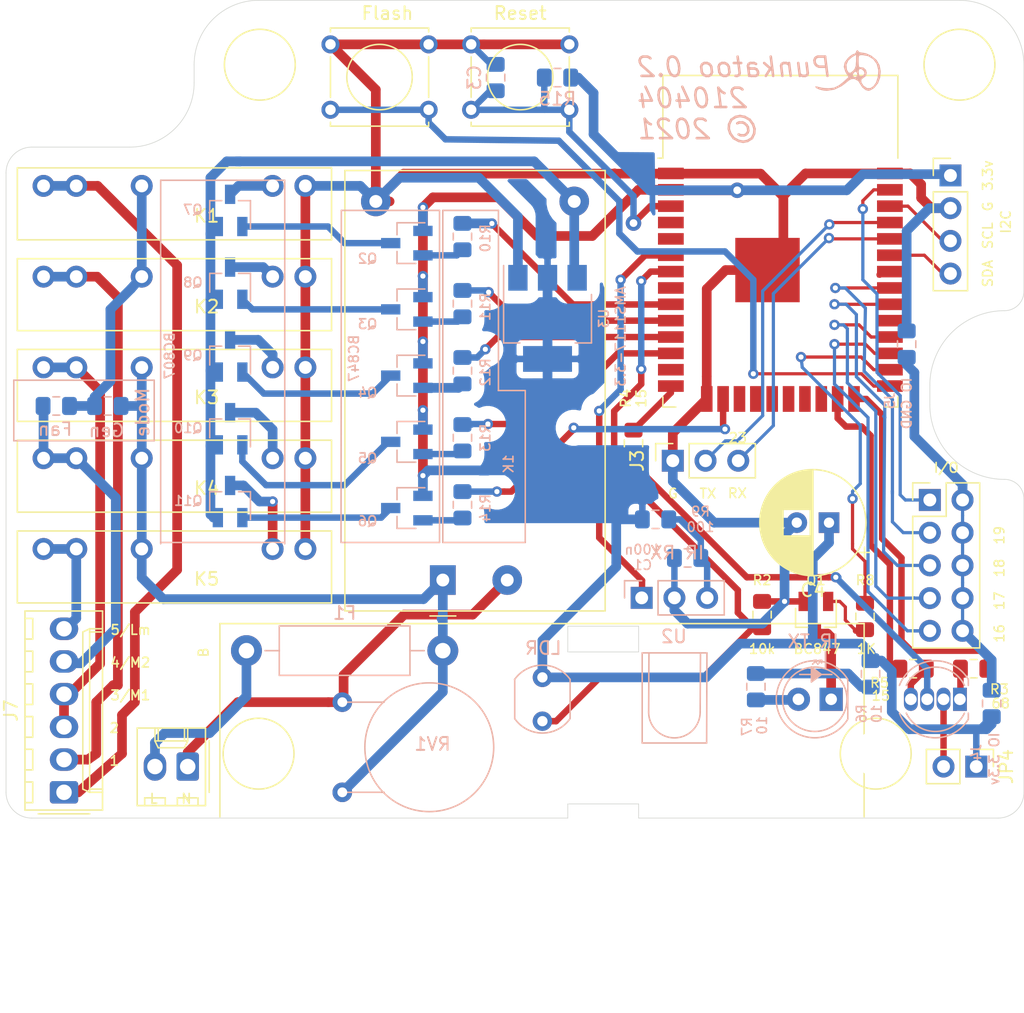
<source format=kicad_pcb>
(kicad_pcb (version 20171130) (host pcbnew 5.1.5+dfsg1-2build2)
  (layers (0 F.Cu signal) (31 B.Cu signal) (34 B.Paste user) (35 F.Paste user) (36 B.SilkS user) (37 F.SilkS user) (38 B.Mask user) (39 F.Mask user) (44 Edge.Cuts user))
  (net 0 "")
  (net 1 GND)
  (net 2 +3V3)
  (net 3 NEUT)
  (net 4 LINE)
  (net 5 "Net-(K1-Pad3)")
  (net 6 "Net-(Q4-Pad3)")
  (net 7 "Net-(Q4-Pad2)")
  (net 8 "Net-(Q5-Pad2)")
  (net 9 "Net-(Q10-Pad1)")
  (net 10 "Net-(K2-Pad3)")
  (net 11 "Net-(K3-Pad3)")
  (net 12 "Net-(K4-Pad3)")
  (net 13 "Net-(K5-Pad3)")
  (net 14 +5V)
  (net 15 "Net-(Q3-Pad3)")
  (net 16 "Net-(Q3-Pad2)")
  (net 17 "Net-(Q2-Pad3)")
  (net 18 "Net-(Q2-Pad2)")
  (net 19 /TXD)
  (net 20 /RXD)
  (net 21 /FLASH)
  (net 22 R1)
  (net 23 R2)
  (net 24 R3)
  (net 25 R4)
  (net 26 R5)
  (net 27 "Net-(U1-Pad4)")
  (net 28 "Net-(U1-Pad5)")
  (net 29 "Net-(U1-Pad8)")
  (net 30 "Net-(U1-Pad13)")
  (net 31 "Net-(U1-Pad17)")
  (net 32 "Net-(U1-Pad18)")
  (net 33 "Net-(U1-Pad19)")
  (net 34 "Net-(U1-Pad20)")
  (net 35 "Net-(U1-Pad21)")
  (net 36 "Net-(U1-Pad22)")
  (net 37 "Net-(U1-Pad29)")
  (net 38 "Net-(U1-Pad32)")
  (net 39 "Net-(D1-Pad2)")
  (net 40 "Net-(C1-Pad1)")
  (net 41 "Net-(J2-Pad3)")
  (net 42 "Net-(D1-Pad1)")
  (net 43 "Net-(Q11-Pad1)")
  (net 44 "Net-(JP2-Pad1)")
  (net 45 "Net-(Q1-Pad1)")
  (net 46 "Net-(Q6-Pad2)")
  (net 47 "Net-(D2-Pad2)")
  (net 48 "Net-(D2-Pad1)")
  (net 49 "Net-(U1-Pad6)")
  (net 50 "Net-(F1-Pad2)")
  (net 51 "Net-(R4-Pad1)")
  (net 52 "Net-(J6-Pad4)")
  (net 53 "Net-(J6-Pad3)")
  (net 54 "Net-(R5-Pad1)")
  (net 55 "Net-(D1-Pad3)")
  (net 56 "Net-(J2-Pad10)")
  (net 57 "Net-(J2-Pad9)")
  (net 58 "Net-(J2-Pad7)")
  (net 59 "Net-(J2-Pad5)")
  (net 60 "Net-(J2-Pad1)")
  (net 61 "Net-(R1-Pad2)")
  (net 62 "Net-(R3-Pad1)")
  (net 63 "Net-(R6-Pad2)")
  (net 64 "Net-(R8-Pad1)")
  (net 65 "Net-(D1-Pad4)")
  (net 66 "Net-(C3-Pad2)")
  (net 67 /LMP-R5)
  (net 68 /M2-R4)
  (net 69 /C3-R3)
  (net 70 /C2-R2)
  (net 71 /CC-R1)
  (module Connector_Molex:Molex_KK-254_AE-6410-06A_1x06_P2.54mm_Vertical (layer F.Cu) (at 75.5 120 90)
    (fp_text reference J7 (at 6.35 -4.12 90) (layer F.SilkS))
    (fp_text value Output)
    (pad 6 thru_hole oval (at 12.7 0 90) (size 1.74 2.2) (drill 1.2) (layers *.Cu *.Mask) (net 67 /LMP-R5))
    (pad 5 thru_hole oval (at 10.16 0 90) (size 1.74 2.2) (drill 1.2) (layers *.Cu *.Mask) (net 68 /M2-R4))
    (pad 4 thru_hole oval (at 7.62 0 90) (size 1.74 2.2) (drill 1.2) (layers *.Cu *.Mask) (net 69 /C3-R3))
    (pad 3 thru_hole oval (at 5.08 0 90) (size 1.74 2.2) (drill 1.2) (layers *.Cu *.Mask) (net 69 /C3-R3))
    (pad 2 thru_hole oval (at 2.54 0 90) (size 1.74 2.2) (drill 1.2) (layers *.Cu *.Mask) (net 70 /C2-R2))
    (pad 1 thru_hole roundrect (at 0 0 90) (size 1.74 2.2) (drill 1.2) (layers *.Cu *.Mask) (roundrect_rratio 0.143678) (net 71 /CC-R1))
  )
  (module Connector_PinSocket_2.54mm:PinSocket_1x03_P2.54mm_Vertical (layer F.Cu) (at 122.75 94.25 90)
    (fp_text reference J3 (at 0 -2.77 90) (layer F.SilkS))
    (fp_text value FTDI)
    (pad 3 thru_hole oval (at 0 5.08 90) (size 1.7 1.7) (drill 1) (layers *.Cu *.Mask) (net 20 /RXD))
    (pad 2 thru_hole oval (at 0 2.54 90) (size 1.7 1.7) (drill 1) (layers *.Cu *.Mask) (net 19 /TXD))
    (pad 1 thru_hole rect (at 0 0 90) (size 1.7 1.7) (drill 1) (layers *.Cu *.Mask) (net 1 GND))
  )
  (module Capacitor_THT:CP_Radial_D8.0mm_P2.50mm (layer F.Cu) (at 134.874 99.06 180)
    (fp_text reference C4 (at 1.25 -5.25) (layer F.SilkS))
    (fp_text value 220uF)
    (pad 2 thru_hole circle (at 2.5 0 180) (size 1.6 1.6) (drill 0.8) (layers *.Cu *.Mask) (net 1 GND))
    (pad 1 thru_hole rect (at 0 0 180) (size 1.6 1.6) (drill 0.8) (layers *.Cu *.Mask) (net 2 +3V3))
  )
  (module Resistor_SMD:R_0805_2012Metric_Pad1.15x1.40mm_HandSolder (layer B.Cu) (at 113.8 64.5)
    (fp_text reference R15 (at 0 1.65) (layer B.SilkS) (effects (justify mirror)))
    (fp_text value 1k)
    (pad 2 smd roundrect (at 1.025 0) (size 1.15 1.4) (layers B.Cu B.Paste B.Mask) (roundrect_rratio 0.217391) (net 2 +3V3))
    (pad 1 smd roundrect (at -1.025 0) (size 1.15 1.4) (layers B.Cu B.Paste B.Mask) (roundrect_rratio 0.217391) (net 66 "Net-(C3-Pad2)"))
  )
  (module Capacitor_SMD:C_0805_2012Metric_Pad1.15x1.40mm_HandSolder (layer B.Cu) (at 109 64.5 270)
    (fp_text reference C3 (at 0 1.65 90) (layer B.SilkS) (effects (justify mirror)))
    (fp_text value 100n)
    (pad 2 smd roundrect (at 1.025 0 270) (size 1.15 1.4) (layers B.Cu B.Paste B.Mask) (roundrect_rratio 0.217391) (net 66 "Net-(C3-Pad2)"))
    (pad 1 smd roundrect (at -1.025 0 270) (size 1.15 1.4) (layers B.Cu B.Paste B.Mask) (roundrect_rratio 0.217391) (net 1 GND))
  )
  (module Connector_PinHeader_2.54mm:PinHeader_1x02_P2.54mm_Vertical (layer F.Cu) (at 146.304 118 270)
    (fp_text reference JP4 (at 0 -2.33 90) (layer F.SilkS))
    (fp_text value Indicator)
    (pad 1 thru_hole rect (at 0 0 270) (size 1.7 1.7) (drill 1) (layers *.Cu *.Mask) (net 2 +3V3))
    (pad 2 thru_hole oval (at 0 2.54 270) (size 1.7 1.7) (drill 1) (layers *.Cu *.Mask) (net 39 "Net-(D1-Pad2)"))
  )
  (module OptoDevice+:TSOP38 (layer B.Cu) (at 120.335 104.9)
    (fp_text reference U2 (at 2.5 3) (layer B.SilkS) (effects (justify mirror)))
    (fp_text value "IR RX" (at 2.75 -3.5) (layer B.SilkS) (effects (justify mirror)))
    (pad 3 thru_hole oval (at 5.08 0 270) (size 1.7 1.7) (drill 1) (layers *.Cu *.Mask) (net 40 "Net-(C1-Pad1)"))
    (pad 2 thru_hole oval (at 2.54 0 270) (size 1.7 1.7) (drill 1) (layers *.Cu *.Mask) (net 1 GND))
    (pad 1 thru_hole rect (at 0 0 270) (size 1.7 1.7) (drill 1) (layers *.Cu *.Mask) (net 49 "Net-(U1-Pad6)"))
  )
  (module Misc:standoff (layer F.Cu) (at 90.6 117)
    (fp_text reference REF** hide)
    (fp_text value standoff hide)
    (pad "" np_thru_hole circle (at 0 0) (size 3.5 3.5) (drill 3.5) (layers *.Cu *.Mask))
  )
  (module Misc:standoff (layer F.Cu) (at 138.5 117)
    (fp_text reference REF** hide)
    (fp_text value standoff hide)
    (pad "" np_thru_hole circle (at 0 0) (size 3.5 3.5) (drill 3.5) (layers *.Cu *.Mask))
  )
  (module Misc:standoff (layer F.Cu) (at 145 63.5)
    (fp_text reference REF** hide)
    (fp_text value standoff hide)
    (pad "" np_thru_hole circle (at 0 0) (size 3.5 3.5) (drill 3.5) (layers *.Cu *.Mask))
  )
  (module Misc:standoff (layer F.Cu) (at 90.7 63.5)
    (fp_text reference REF** hide)
    (fp_text value standoff hide)
    (pad "" np_thru_hole circle (at 0 0) (size 3.5 3.5) (drill 3.5) (layers *.Cu *.Mask))
  )
  (module Connector_PinHeader_2.54mm:PinHeader_1x04_P2.54mm_Vertical (layer F.Cu) (at 144.3 72.1)
    (fp_text reference J6 hide)
    (fp_text value I2C (at 4.3 3.6 90) (layer F.SilkS) (effects (font (size 0.75 0.75) (thickness 0.12))))
    (pad 4 thru_hole oval (at 0 7.62) (size 1.7 1.7) (drill 1) (layers *.Cu *.Mask) (net 52 "Net-(J6-Pad4)"))
    (pad 3 thru_hole oval (at 0 5.08) (size 1.7 1.7) (drill 1) (layers *.Cu *.Mask) (net 53 "Net-(J6-Pad3)"))
    (pad 2 thru_hole oval (at 0 2.54) (size 1.7 1.7) (drill 1) (layers *.Cu *.Mask) (net 1 GND))
    (pad 1 thru_hole rect (at 0 0) (size 1.7 1.7) (drill 1) (layers *.Cu *.Mask) (net 2 +3V3))
  )
  (module punkatoo:Ceiling_Fan_Capacitor (layer F.Cu) (at 87.6 136.9)
    (fp_text reference Capacitor hide)
    (fp_text value Ceiling_Fan_Capacitor hide)
  )
  (module Button_Switch_THT:SW_Tactile_Straight_KSL0Axx1LFTR (layer F.Cu) (at 103.8 67 180)
    (fp_text reference SW2 hide)
    (fp_text value Flash (at 3.2 7.5) (layer F.SilkS))
    (pad 2 thru_hole circle (at 0 5.08 180) (size 1.397 1.397) (drill 0.8128) (layers *.Cu *.Mask) (net 1 GND))
    (pad 1 thru_hole circle (at 0 0 180) (size 1.397 1.397) (drill 0.8128) (layers *.Cu *.Mask) (net 21 /FLASH))
    (pad 2 thru_hole circle (at 7.62 5.08 180) (size 1.397 1.397) (drill 0.8128) (layers *.Cu *.Mask) (net 1 GND))
    (pad 1 thru_hole circle (at 7.62 0 180) (size 1.397 1.397) (drill 0.8128) (layers *.Cu *.Mask) (net 21 /FLASH))
  )
  (module Button_Switch_THT:SW_Tactile_Straight_KSL0Axx1LFTR (layer F.Cu) (at 107.1 61.92)
    (fp_text reference SW1 hide)
    (fp_text value Reset (at 3.8 -2.42) (layer F.SilkS))
    (pad 2 thru_hole circle (at 0 5.08) (size 1.397 1.397) (drill 0.8128) (layers *.Cu *.Mask) (net 66 "Net-(C3-Pad2)"))
    (pad 1 thru_hole circle (at 0 0) (size 1.397 1.397) (drill 0.8128) (layers *.Cu *.Mask) (net 1 GND))
    (pad 2 thru_hole circle (at 7.62 5.08) (size 1.397 1.397) (drill 0.8128) (layers *.Cu *.Mask) (net 66 "Net-(C3-Pad2)"))
    (pad 1 thru_hole circle (at 7.62 0) (size 1.397 1.397) (drill 0.8128) (layers *.Cu *.Mask) (net 1 GND))
  )
  (module punkatoo:varistor_10mm (layer B.Cu) (at 97.1 113)
    (fp_text reference RV1 (at 7 3.25) (layer B.SilkS) (effects (justify mirror)))
    (fp_text value Varistor hide)
    (pad 2 thru_hole circle (at 0 7) (size 1.524 1.524) (drill 0.762) (layers *.Cu *.Mask) (net 4 LINE))
    (pad 1 thru_hole circle (at 0 0) (size 1.524 1.524) (drill 0.762) (layers *.Cu *.Mask) (net 3 NEUT))
  )
  (module Resistor_SMD:R_0805_2012Metric_Pad1.15x1.40mm_HandSolder (layer F.Cu) (at 119.7 92.9 270)
    (fp_text reference R4 (at -3.5 0.6 90) (layer F.SilkS) (effects (font (size 0.75 0.75) (thickness 0.13))))
    (fp_text value 15 (at -3.5 -0.6 90) (layer F.SilkS) (effects (font (size 0.75 0.75) (thickness 0.13))))
    (pad 2 smd roundrect (at 1.025 0 270) (size 1.15 1.4) (layers F.Cu F.Paste F.Mask) (roundrect_rratio 0.217391) (net 55 "Net-(D1-Pad3)"))
    (pad 1 smd roundrect (at -1.025 0 270) (size 1.15 1.4) (layers F.Cu F.Paste F.Mask) (roundrect_rratio 0.217391) (net 51 "Net-(R4-Pad1)"))
  )
  (module RF_Module:ESP32-WROOM-32 (layer F.Cu) (at 131.1 80.2)
    (fp_text reference U1 hide)
    (fp_text value ESP32-WROOM-32)
    (pad 39 smd rect (at -1 -0.755) (size 5 5) (layers F.Cu F.Paste F.Mask) (net 1 GND))
    (pad 1 smd rect (at -8.5 -8.255) (size 2 0.9) (layers F.Cu F.Paste F.Mask) (net 1 GND))
    (pad 2 smd rect (at -8.5 -6.985) (size 2 0.9) (layers F.Cu F.Paste F.Mask) (net 2 +3V3))
    (pad 3 smd rect (at -8.5 -5.715) (size 2 0.9) (layers F.Cu F.Paste F.Mask) (net 66 "Net-(C3-Pad2)"))
    (pad 4 smd rect (at -8.5 -4.445) (size 2 0.9) (layers F.Cu F.Paste F.Mask) (net 27 "Net-(U1-Pad4)"))
    (pad 5 smd rect (at -8.5 -3.175) (size 2 0.9) (layers F.Cu F.Paste F.Mask) (net 28 "Net-(U1-Pad5)"))
    (pad 6 smd rect (at -8.5 -1.905) (size 2 0.9) (layers F.Cu F.Paste F.Mask) (net 49 "Net-(U1-Pad6)"))
    (pad 7 smd rect (at -8.5 -0.635) (size 2 0.9) (layers F.Cu F.Paste F.Mask) (net 61 "Net-(R1-Pad2)"))
    (pad 8 smd rect (at -8.5 0.635) (size 2 0.9) (layers F.Cu F.Paste F.Mask) (net 29 "Net-(U1-Pad8)"))
    (pad 9 smd rect (at -8.5 1.905) (size 2 0.9) (layers F.Cu F.Paste F.Mask) (net 22 R1))
    (pad 10 smd rect (at -8.5 3.175) (size 2 0.9) (layers F.Cu F.Paste F.Mask) (net 23 R2))
    (pad 11 smd rect (at -8.5 4.445) (size 2 0.9) (layers F.Cu F.Paste F.Mask) (net 24 R3))
    (pad 12 smd rect (at -8.5 5.715) (size 2 0.9) (layers F.Cu F.Paste F.Mask) (net 25 R4))
    (pad 13 smd rect (at -8.5 6.985) (size 2 0.9) (layers F.Cu F.Paste F.Mask) (net 30 "Net-(U1-Pad13)"))
    (pad 14 smd rect (at -8.5 8.255) (size 2 0.9) (layers F.Cu F.Paste F.Mask) (net 51 "Net-(R4-Pad1)"))
    (pad 15 smd rect (at -5.715 9.255 90) (size 2 0.9) (layers F.Cu F.Paste F.Mask) (net 1 GND))
    (pad 16 smd rect (at -4.445 9.255 90) (size 2 0.9) (layers F.Cu F.Paste F.Mask) (net 26 R5))
    (pad 17 smd rect (at -3.175 9.255 90) (size 2 0.9) (layers F.Cu F.Paste F.Mask) (net 31 "Net-(U1-Pad17)"))
    (pad 18 smd rect (at -1.905 9.255 90) (size 2 0.9) (layers F.Cu F.Paste F.Mask) (net 32 "Net-(U1-Pad18)"))
    (pad 19 smd rect (at -0.635 9.255 90) (size 2 0.9) (layers F.Cu F.Paste F.Mask) (net 33 "Net-(U1-Pad19)"))
    (pad 20 smd rect (at 0.635 9.255 90) (size 2 0.9) (layers F.Cu F.Paste F.Mask) (net 34 "Net-(U1-Pad20)"))
    (pad 21 smd rect (at 1.905 9.255 90) (size 2 0.9) (layers F.Cu F.Paste F.Mask) (net 35 "Net-(U1-Pad21)"))
    (pad 22 smd rect (at 3.175 9.255 90) (size 2 0.9) (layers F.Cu F.Paste F.Mask) (net 36 "Net-(U1-Pad22)"))
    (pad 23 smd rect (at 4.445 9.255 90) (size 2 0.9) (layers F.Cu F.Paste F.Mask) (net 54 "Net-(R5-Pad1)"))
    (pad 24 smd rect (at 5.715 9.255 90) (size 2 0.9) (layers F.Cu F.Paste F.Mask) (net 62 "Net-(R3-Pad1)"))
    (pad 25 smd rect (at 8.5 8.255) (size 2 0.9) (layers F.Cu F.Paste F.Mask) (net 21 /FLASH))
    (pad 26 smd rect (at 8.5 6.985) (size 2 0.9) (layers F.Cu F.Paste F.Mask) (net 64 "Net-(R8-Pad1)"))
    (pad 27 smd rect (at 8.5 5.715) (size 2 0.9) (layers F.Cu F.Paste F.Mask) (net 57 "Net-(J2-Pad9)"))
    (pad 28 smd rect (at 8.5 4.445) (size 2 0.9) (layers F.Cu F.Paste F.Mask) (net 58 "Net-(J2-Pad7)"))
    (pad 29 smd rect (at 8.5 3.175) (size 2 0.9) (layers F.Cu F.Paste F.Mask) (net 37 "Net-(U1-Pad29)"))
    (pad 30 smd rect (at 8.5 1.905) (size 2 0.9) (layers F.Cu F.Paste F.Mask) (net 59 "Net-(J2-Pad5)"))
    (pad 31 smd rect (at 8.5 0.635) (size 2 0.9) (layers F.Cu F.Paste F.Mask) (net 41 "Net-(J2-Pad3)"))
    (pad 32 smd rect (at 8.5 -0.635) (size 2 0.9) (layers F.Cu F.Paste F.Mask) (net 38 "Net-(U1-Pad32)"))
    (pad 33 smd rect (at 8.5 -1.905) (size 2 0.9) (layers F.Cu F.Paste F.Mask) (net 52 "Net-(J6-Pad4)"))
    (pad 34 smd rect (at 8.5 -3.175) (size 2 0.9) (layers F.Cu F.Paste F.Mask) (net 20 /RXD))
    (pad 35 smd rect (at 8.5 -4.445) (size 2 0.9) (layers F.Cu F.Paste F.Mask) (net 19 /TXD))
    (pad 36 smd rect (at 8.5 -5.715) (size 2 0.9) (layers F.Cu F.Paste F.Mask) (net 53 "Net-(J6-Pad3)"))
    (pad 37 smd rect (at 8.5 -6.985) (size 2 0.9) (layers F.Cu F.Paste F.Mask) (net 60 "Net-(J2-Pad1)"))
    (pad 38 smd rect (at 8.5 -8.255) (size 2 0.9) (layers F.Cu F.Paste F.Mask) (net 1 GND))
  )
  (module Resistor_THT:R_Axial_DIN0411_L9.9mm_D3.6mm_P15.24mm_Horizontal (layer B.Cu) (at 104.9 109 180)
    (fp_text reference F1 (at 7.62 2.92) (layer B.SilkS) (effects (justify mirror)))
    (fp_text value Fuse)
    (pad 2 thru_hole oval (at 15.24 0 180) (size 2.4 2.4) (drill 1.2) (layers *.Cu *.Mask) (net 50 "Net-(F1-Pad2)"))
    (pad 1 thru_hole circle (at 0 0 180) (size 2.4 2.4) (drill 1.2) (layers *.Cu *.Mask) (net 4 LINE))
  )
  (module Resistor_SMD:R_0805_2012Metric_Pad1.15x1.40mm_HandSolder (layer B.Cu) (at 78.9 90)
    (fp_text reference JP3 hide)
    (fp_text value Gen (at -0.1 1.9) (layer B.SilkS) (effects (justify mirror)))
    (pad 2 smd roundrect (at 1.025 0) (size 1.15 1.4) (layers B.Cu B.Paste B.Mask) (roundrect_rratio 0.217391) (net 4 LINE))
    (pad 1 smd roundrect (at -1.025 0) (size 1.15 1.4) (layers B.Cu B.Paste B.Mask) (roundrect_rratio 0.217391) (net 44 "Net-(JP2-Pad1)"))
  )
  (module Resistor_SMD:R_0805_2012Metric_Pad1.15x1.40mm_HandSolder (layer B.Cu) (at 74.9 90 180)
    (fp_text reference JP2 hide)
    (fp_text value Fan (at 0.1 -1.8) (layer B.SilkS) (effects (justify mirror)))
    (pad 2 smd roundrect (at 1.025 0 180) (size 1.15 1.4) (layers B.Cu B.Paste B.Mask) (roundrect_rratio 0.217391) (net 68 /M2-R4))
    (pad 1 smd roundrect (at -1.025 0 180) (size 1.15 1.4) (layers B.Cu B.Paste B.Mask) (roundrect_rratio 0.217391) (net 44 "Net-(JP2-Pad1)"))
  )
  (module Resistor_SMD:R_0805_2012Metric_Pad1.15x1.40mm_HandSolder (layer B.Cu) (at 140.9 85.2 270)
    (fp_text reference J5 (at 4.4 1.3 90) (layer B.SilkS) (effects (font (size 0.75 0.75) (thickness 0.13)) (justify mirror)))
    (fp_text value "IO GND" (at 4.6 0 90) (layer B.SilkS) (effects (font (size 0.75 0.75) (thickness 0.13)) (justify mirror)))
    (pad 2 smd roundrect (at 1.025 0 270) (size 1.15 1.4) (layers B.Cu B.Paste B.Mask) (roundrect_rratio 0.217391) (net 56 "Net-(J2-Pad10)"))
    (pad 1 smd roundrect (at -1.025 0 270) (size 1.15 1.4) (layers B.Cu B.Paste B.Mask) (roundrect_rratio 0.217391) (net 1 GND))
  )
  (module Resistor_SMD:R_0805_2012Metric_Pad1.15x1.40mm_HandSolder (layer B.Cu) (at 147.5 113.1 90)
    (fp_text reference J4 (at -3.8 -1.2 90) (layer B.SilkS) (effects (font (size 0.75 0.75) (thickness 0.13)) (justify mirror)))
    (fp_text value "IO 3.3v" (at -4.3 0.2 90) (layer B.SilkS) (effects (font (size 0.75 0.75) (thickness 0.13)) (justify mirror)))
    (pad 2 smd roundrect (at 1.025 0 90) (size 1.15 1.4) (layers B.Cu B.Paste B.Mask) (roundrect_rratio 0.217391) (net 56 "Net-(J2-Pad10)"))
    (pad 1 smd roundrect (at -1.025 0 90) (size 1.15 1.4) (layers B.Cu B.Paste B.Mask) (roundrect_rratio 0.217391) (net 2 +3V3))
  )
  (module Connector_PinHeader_2.54mm:PinHeader_2x05_P2.54mm_Vertical (layer F.Cu) (at 142.7 97.3)
    (fp_text reference J2 hide)
    (fp_text value I/O (at 1.275 -2.5) (layer F.SilkS) (effects (font (size 0.75 0.75) (thickness 0.13))))
    (pad 10 thru_hole oval (at 2.54 10.16) (size 1.7 1.7) (drill 1) (layers *.Cu *.Mask) (net 56 "Net-(J2-Pad10)"))
    (pad 9 thru_hole oval (at 0 10.16) (size 1.7 1.7) (drill 1) (layers *.Cu *.Mask) (net 57 "Net-(J2-Pad9)"))
    (pad 8 thru_hole oval (at 2.54 7.62) (size 1.7 1.7) (drill 1) (layers *.Cu *.Mask) (net 56 "Net-(J2-Pad10)"))
    (pad 7 thru_hole oval (at 0 7.62) (size 1.7 1.7) (drill 1) (layers *.Cu *.Mask) (net 58 "Net-(J2-Pad7)"))
    (pad 6 thru_hole oval (at 2.54 5.08) (size 1.7 1.7) (drill 1) (layers *.Cu *.Mask) (net 56 "Net-(J2-Pad10)"))
    (pad 5 thru_hole oval (at 0 5.08) (size 1.7 1.7) (drill 1) (layers *.Cu *.Mask) (net 59 "Net-(J2-Pad5)"))
    (pad 4 thru_hole oval (at 2.54 2.54) (size 1.7 1.7) (drill 1) (layers *.Cu *.Mask) (net 56 "Net-(J2-Pad10)"))
    (pad 3 thru_hole oval (at 0 2.54) (size 1.7 1.7) (drill 1) (layers *.Cu *.Mask) (net 41 "Net-(J2-Pad3)"))
    (pad 2 thru_hole oval (at 2.54 0) (size 1.7 1.7) (drill 1) (layers *.Cu *.Mask) (net 56 "Net-(J2-Pad10)"))
    (pad 1 thru_hole rect (at 0 0) (size 1.7 1.7) (drill 1) (layers *.Cu *.Mask) (net 60 "Net-(J2-Pad1)"))
  )
  (module Connector_Molex:Molex_KK-254_AE-6410-02A_1x02_P2.54mm_Vertical (layer F.Cu) (at 85.1 118 180)
    (fp_text reference J1 hide)
    (fp_text value AC hide)
    (pad 2 thru_hole oval (at 2.54 0 180) (size 1.74 2.2) (drill 1.2) (layers *.Cu *.Mask) (net 50 "Net-(F1-Pad2)"))
    (pad 1 thru_hole roundrect (at 0 0 180) (size 1.74 2.2) (drill 1.2) (layers *.Cu *.Mask) (roundrect_rratio 0.143678) (net 3 NEUT))
  )
  (module Converter_ACDC+:Converter_ACDC_HiLink_HLK-PMxx (layer F.Cu) (at 104.9 103.516 90)
    (fp_text reference PS1 hide)
    (fp_text value HLK-PM01 hide)
    (pad 4 thru_hole circle (at 29.4 10.2 90) (size 2.3 2.3) (drill 1) (layers *.Cu *.Mask) (net 14 +5V))
    (pad 2 thru_hole circle (at 0 5 90) (size 2.3 2.3) (drill 1) (layers *.Cu *.Mask) (net 3 NEUT))
    (pad 1 thru_hole rect (at 0 0 90) (size 2.3 2) (drill 1) (layers *.Cu *.Mask) (net 4 LINE))
    (pad 3 thru_hole circle (at 29.4 -5.2 90) (size 2.3 2.3) (drill 1) (layers *.Cu *.Mask) (net 1 GND))
  )
  (module Relay_SolidState+:G3MB (layer F.Cu) (at 84.072 102.5 180)
    (fp_text reference K5 (at -2.49682 -0.93472) (layer F.SilkS))
    (fp_text value G3MB-Relay_SolidState hide)
    (pad 2 thru_hole circle (at 2.54 1.397 180) (size 1.7 1.7) (drill 1) (layers *.Cu *.Mask) (net 4 LINE))
    (pad 1 thru_hole circle (at 10.16 1.397 180) (size 1.7 1.7) (drill 1) (layers *.Cu *.Mask) (net 67 /LMP-R5))
    (pad 3 thru_hole circle (at -7.62 1.397 180) (size 1.7 1.7) (drill 1) (layers *.Cu *.Mask) (net 13 "Net-(K5-Pad3)"))
    (pad 4 thru_hole circle (at -10.16 1.397 180) (size 1.7 1.7) (drill 1) (layers *.Cu *.Mask) (net 1 GND))
    (pad 1 thru_hole circle (at 7.62 1.397 180) (size 1.7 1.7) (drill 1) (layers *.Cu *.Mask) (net 67 /LMP-R5))
  )
  (module Relay_SolidState+:G3MB (layer F.Cu) (at 84.072 95.4515 180)
    (fp_text reference K4 (at -2.49682 -0.93472) (layer F.SilkS))
    (fp_text value G3MB hide)
    (pad 2 thru_hole circle (at 2.54 1.397 180) (size 1.7 1.7) (drill 1) (layers *.Cu *.Mask) (net 4 LINE))
    (pad 1 thru_hole circle (at 10.16 1.397 180) (size 1.7 1.7) (drill 1) (layers *.Cu *.Mask) (net 68 /M2-R4))
    (pad 3 thru_hole circle (at -7.62 1.397 180) (size 1.7 1.7) (drill 1) (layers *.Cu *.Mask) (net 12 "Net-(K4-Pad3)"))
    (pad 4 thru_hole circle (at -10.16 1.397 180) (size 1.7 1.7) (drill 1) (layers *.Cu *.Mask) (net 1 GND))
    (pad 1 thru_hole circle (at 7.62 1.397 180) (size 1.7 1.7) (drill 1) (layers *.Cu *.Mask) (net 68 /M2-R4))
  )
  (module Relay_SolidState+:G3MB (layer F.Cu) (at 84.072 88.403 180)
    (fp_text reference K3 (at -2.49682 -0.93472) (layer F.SilkS))
    (fp_text value G3MB hide)
    (pad 2 thru_hole circle (at 2.54 1.397 180) (size 1.7 1.7) (drill 1) (layers *.Cu *.Mask) (net 4 LINE))
    (pad 1 thru_hole circle (at 10.16 1.397 180) (size 1.7 1.7) (drill 1) (layers *.Cu *.Mask) (net 69 /C3-R3))
    (pad 3 thru_hole circle (at -7.62 1.397 180) (size 1.7 1.7) (drill 1) (layers *.Cu *.Mask) (net 11 "Net-(K3-Pad3)"))
    (pad 4 thru_hole circle (at -10.16 1.397 180) (size 1.7 1.7) (drill 1) (layers *.Cu *.Mask) (net 1 GND))
    (pad 1 thru_hole circle (at 7.62 1.397 180) (size 1.7 1.7) (drill 1) (layers *.Cu *.Mask) (net 69 /C3-R3))
  )
  (module Relay_SolidState+:G3MB (layer F.Cu) (at 84.072 81.3545 180)
    (fp_text reference K2 (at -2.49682 -0.93472) (layer F.SilkS))
    (fp_text value G3MB hide)
    (pad 2 thru_hole circle (at 2.54 1.397 180) (size 1.7 1.7) (drill 1) (layers *.Cu *.Mask) (net 44 "Net-(JP2-Pad1)"))
    (pad 1 thru_hole circle (at 10.16 1.397 180) (size 1.7 1.7) (drill 1) (layers *.Cu *.Mask) (net 70 /C2-R2))
    (pad 3 thru_hole circle (at -7.62 1.397 180) (size 1.7 1.7) (drill 1) (layers *.Cu *.Mask) (net 10 "Net-(K2-Pad3)"))
    (pad 4 thru_hole circle (at -10.16 1.397 180) (size 1.7 1.7) (drill 1) (layers *.Cu *.Mask) (net 1 GND))
    (pad 1 thru_hole circle (at 7.62 1.397 180) (size 1.7 1.7) (drill 1) (layers *.Cu *.Mask) (net 70 /C2-R2))
  )
  (module Relay_SolidState+:G3MB (layer F.Cu) (at 84.072 74.306 180)
    (fp_text reference K1 (at -2.49682 -0.93472) (layer F.SilkS))
    (fp_text value G3MB hide)
    (pad 2 thru_hole circle (at 2.54 1.397 180) (size 1.7 1.7) (drill 1) (layers *.Cu *.Mask) (net 44 "Net-(JP2-Pad1)"))
    (pad 1 thru_hole circle (at 10.16 1.397 180) (size 1.7 1.7) (drill 1) (layers *.Cu *.Mask) (net 71 /CC-R1))
    (pad 3 thru_hole circle (at -7.62 1.397 180) (size 1.7 1.7) (drill 1) (layers *.Cu *.Mask) (net 5 "Net-(K1-Pad3)"))
    (pad 4 thru_hole circle (at -10.16 1.397 180) (size 1.7 1.7) (drill 1) (layers *.Cu *.Mask) (net 1 GND))
    (pad 1 thru_hole circle (at 7.62 1.397 180) (size 1.7 1.7) (drill 1) (layers *.Cu *.Mask) (net 71 /CC-R1))
  )
  (module Resistor_SMD:R_0805_2012Metric_Pad1.15x1.40mm_HandSolder (layer F.Cu) (at 141.4 110.4)
    (fp_text reference R5 (at -2.6 1.1) (layer F.SilkS) (effects (font (size 0.75 0.75) (thickness 0.12))))
    (fp_text value 15 (at -2.5 2.1) (layer F.SilkS) (effects (font (size 0.75 0.75) (thickness 0.12))))
    (pad 2 smd roundrect (at 1.025 0) (size 1.15 1.4) (layers F.Cu F.Paste F.Mask) (roundrect_rratio 0.217391) (net 65 "Net-(D1-Pad4)"))
    (pad 1 smd roundrect (at -1.025 0) (size 1.15 1.4) (layers F.Cu F.Paste F.Mask) (roundrect_rratio 0.217391) (net 54 "Net-(R5-Pad1)"))
  )
  (module Resistor_SMD:R_0805_2012Metric_Pad1.15x1.40mm_HandSolder (layer F.Cu) (at 146.1 110.4 180)
    (fp_text reference R3 (at -2 -1.6 180) (layer F.SilkS) (effects (font (size 0.75 0.75) (thickness 0.12))))
    (fp_text value 68 (at -2.1 -2.7) (layer F.SilkS) (effects (font (size 0.75 0.75) (thickness 0.12))))
    (pad 2 smd roundrect (at 1.025 0 180) (size 1.15 1.4) (layers F.Cu F.Paste F.Mask) (roundrect_rratio 0.217391) (net 42 "Net-(D1-Pad1)"))
    (pad 1 smd roundrect (at -1.025 0 180) (size 1.15 1.4) (layers F.Cu F.Paste F.Mask) (roundrect_rratio 0.217391) (net 62 "Net-(R3-Pad1)"))
  )
  (module LED_THT:LED_D5.0mm-4_RGB (layer B.Cu) (at 145.034 112.776 180)
    (fp_text reference D1 hide)
    (fp_text value LED_RGBA hide)
    (pad 4 thru_hole oval (at 3.81 0 180) (size 1.07 1.8) (drill 0.9) (layers *.Cu *.Mask) (net 65 "Net-(D1-Pad4)"))
    (pad 3 thru_hole oval (at 2.54 0 180) (size 1.07 1.8) (drill 0.9) (layers *.Cu *.Mask) (net 55 "Net-(D1-Pad3)"))
    (pad 2 thru_hole oval (at 1.27 0 180) (size 1.07 1.8) (drill 0.9) (layers *.Cu *.Mask) (net 39 "Net-(D1-Pad2)"))
    (pad 1 thru_hole rect (at 0 0 180) (size 1.07 1.8) (drill 0.9) (layers *.Cu *.Mask) (net 42 "Net-(D1-Pad1)"))
  )
  (module Resistor_SMD:R_0805_2012Metric_Pad1.15x1.40mm_HandSolder (layer B.Cu) (at 138.1 110.8 270)
    (fp_text reference R6 (at 3.1 0.7 90) (layer B.SilkS) (effects (font (size 0.75 0.75) (thickness 0.12)) (justify mirror)))
    (fp_text value 10 (at 3.1 -0.474999 90) (layer B.SilkS) (effects (font (size 0.75 0.75) (thickness 0.12)) (justify mirror)))
    (pad 2 smd roundrect (at 1.025 0 270) (size 1.15 1.4) (layers B.Cu B.Paste B.Mask) (roundrect_rratio 0.217391) (net 63 "Net-(R6-Pad2)"))
    (pad 1 smd roundrect (at -1.025 0 270) (size 1.15 1.4) (layers B.Cu B.Paste B.Mask) (roundrect_rratio 0.217391) (net 2 +3V3))
  )
  (module Resistor_SMD:R_0805_2012Metric_Pad1.15x1.40mm_HandSolder (layer B.Cu) (at 129.2 111.8 270)
    (fp_text reference R7 (at 3.1 0.7 90) (layer B.SilkS) (effects (font (size 0.75 0.75) (thickness 0.12)) (justify mirror)))
    (fp_text value 10 (at 3 -0.474999 90) (layer B.SilkS) (effects (font (size 0.75 0.75) (thickness 0.12)) (justify mirror)))
    (pad 2 smd roundrect (at 1.025 0 270) (size 1.15 1.4) (layers B.Cu B.Paste B.Mask) (roundrect_rratio 0.217391) (net 47 "Net-(D2-Pad2)"))
    (pad 1 smd roundrect (at -1.025 0 270) (size 1.15 1.4) (layers B.Cu B.Paste B.Mask) (roundrect_rratio 0.217391) (net 63 "Net-(R6-Pad2)"))
  )
  (module local:SOT-23_HandSoldering (layer F.Cu) (at 133.858 106.426 270)
    (fp_text reference Q1 (at -2.896 0 180) (layer F.SilkS) (effects (font (size 0.75 0.75) (thickness 0.12))))
    (fp_text value BC847 (at 2.444 -0.092) (layer F.SilkS) (effects (font (size 0.75 0.75) (thickness 0.12))))
    (pad 3 smd rect (at 1.25 0 270) (size 1.5 0.8) (layers F.Cu F.Paste F.Mask) (net 48 "Net-(D2-Pad1)"))
    (pad 2 smd rect (at -1.25 0.95 270) (size 1.5 0.8) (layers F.Cu F.Paste F.Mask) (net 1 GND))
    (pad 1 smd rect (at -1.25 -0.95 270) (size 1.5 0.8) (layers F.Cu F.Paste F.Mask) (net 45 "Net-(Q1-Pad1)"))
  )
  (module OptoDevice:R_LDR_5.1x4.3mm_P3.4mm_Vertical (layer B.Cu) (at 112.63 111.076 270)
    (fp_text reference R1 hide)
    (fp_text value LDR (at -2.276 -0.07) (layer B.SilkS) (effects (justify mirror)))
    (pad 2 thru_hole circle (at 3.4 0 270) (size 1.5 1.5) (drill 0.8) (layers *.Cu *.Mask) (net 61 "Net-(R1-Pad2)"))
    (pad 1 thru_hole circle (at 0 0 270) (size 1.5 1.5) (drill 0.8) (layers *.Cu *.Mask) (net 2 +3V3))
  )
  (module Resistor_SMD:R_0805_2012Metric_Pad1.15x1.40mm_HandSolder (layer F.Cu) (at 129.68 106.201 270)
    (fp_text reference R2 (at -2.671 0) (layer F.SilkS) (effects (font (size 0.75 0.75) (thickness 0.12))))
    (fp_text value 10k (at 2.669 0) (layer F.SilkS) (effects (font (size 0.75 0.75) (thickness 0.12))))
    (pad 2 smd roundrect (at 1.025 0 270) (size 1.15 1.4) (layers F.Cu F.Paste F.Mask) (roundrect_rratio 0.217391) (net 61 "Net-(R1-Pad2)"))
    (pad 1 smd roundrect (at -1.025 0 270) (size 1.15 1.4) (layers F.Cu F.Paste F.Mask) (roundrect_rratio 0.217391) (net 1 GND))
  )
  (module local:SOT-23_HandSoldering (layer B.Cu) (at 88.39 97.42 90)
    (fp_text reference Q11 (at 0.055 -3.247143) (layer B.SilkS) (effects (font (size 0.75 0.75) (thickness 0.13)) (justify mirror)))
    (fp_text value BC807 hide)
    (pad 1 smd rect (at -1.25 0.95 90) (size 1.5 0.8) (layers B.Cu B.Paste B.Mask) (net 43 "Net-(Q11-Pad1)"))
    (pad 2 smd rect (at -1.25 -0.95 90) (size 1.5 0.8) (layers B.Cu B.Paste B.Mask) (net 14 +5V))
    (pad 3 smd rect (at 1.25 0 90) (size 1.5 0.8) (layers B.Cu B.Paste B.Mask) (net 13 "Net-(K5-Pad3)"))
  )
  (module local:SOT-23_HandSoldering (layer B.Cu) (at 102.106 87.641 180)
    (fp_text reference Q4 (at 3.048 -1.3335) (layer B.SilkS) (effects (font (size 0.75 0.75) (thickness 0.13)) (justify mirror)))
    (fp_text value BC847 hide)
    (pad 1 smd rect (at -1.25 0.95 180) (size 1.5 0.8) (layers B.Cu B.Paste B.Mask) (net 2 +3V3))
    (pad 2 smd rect (at -1.25 -0.95 180) (size 1.5 0.8) (layers B.Cu B.Paste B.Mask) (net 7 "Net-(Q4-Pad2)"))
    (pad 3 smd rect (at 1.25 0 180) (size 1.5 0.8) (layers B.Cu B.Paste B.Mask) (net 6 "Net-(Q4-Pad3)"))
  )
  (module local:SOT-23_HandSoldering (layer B.Cu) (at 88.39 86.117 90)
    (fp_text reference Q9 (at 0.055 -2.89 180) (layer B.SilkS) (effects (font (size 0.75 0.75) (thickness 0.13)) (justify mirror)))
    (fp_text value BC807 hide)
    (pad 1 smd rect (at -1.25 0.95 90) (size 1.5 0.8) (layers B.Cu B.Paste B.Mask) (net 6 "Net-(Q4-Pad3)"))
    (pad 2 smd rect (at -1.25 -0.95 90) (size 1.5 0.8) (layers B.Cu B.Paste B.Mask) (net 14 +5V))
    (pad 3 smd rect (at 1.25 0 90) (size 1.5 0.8) (layers B.Cu B.Paste B.Mask) (net 11 "Net-(K3-Pad3)"))
  )
  (module local:SOT-23_HandSoldering (layer B.Cu) (at 102.106 97.928 180)
    (fp_text reference Q6 (at 3.048 -1.016) (layer B.SilkS) (effects (font (size 0.75 0.75) (thickness 0.13)) (justify mirror)))
    (fp_text value BC847 hide)
    (pad 1 smd rect (at -1.25 0.95 180) (size 1.5 0.8) (layers B.Cu B.Paste B.Mask) (net 2 +3V3))
    (pad 2 smd rect (at -1.25 -0.95 180) (size 1.5 0.8) (layers B.Cu B.Paste B.Mask) (net 46 "Net-(Q6-Pad2)"))
    (pad 3 smd rect (at 1.25 0 180) (size 1.5 0.8) (layers B.Cu B.Paste B.Mask) (net 43 "Net-(Q11-Pad1)"))
  )
  (module local:SOT-23_HandSoldering (layer B.Cu) (at 102.106 77.354 180)
    (fp_text reference Q2 (at 3.048 -1.2065) (layer B.SilkS) (effects (font (size 0.75 0.75) (thickness 0.13)) (justify mirror)))
    (fp_text value BC847 hide)
    (pad 1 smd rect (at -1.25 0.95 180) (size 1.5 0.8) (layers B.Cu B.Paste B.Mask) (net 2 +3V3))
    (pad 2 smd rect (at -1.25 -0.95 180) (size 1.5 0.8) (layers B.Cu B.Paste B.Mask) (net 18 "Net-(Q2-Pad2)"))
    (pad 3 smd rect (at 1.25 0 180) (size 1.5 0.8) (layers B.Cu B.Paste B.Mask) (net 17 "Net-(Q2-Pad3)"))
  )
  (module Resistor_SMD:R_0805_2012Metric_Pad1.15x1.40mm_HandSolder (layer B.Cu) (at 121.412 98.806)
    (fp_text reference R9 (at 3.488 -0.606 -180) (layer B.SilkS) (effects (font (size 0.75 0.75) (thickness 0.12)) (justify mirror)))
    (fp_text value 100 (at 3.488 0.594 -180) (layer B.SilkS) (effects (font (size 0.75 0.75) (thickness 0.12)) (justify mirror)))
    (pad 1 smd roundrect (at -1.025 0) (size 1.15 1.4) (layers B.Cu B.Paste B.Mask) (roundrect_rratio 0.217391) (net 2 +3V3))
    (pad 2 smd roundrect (at 1.025 0) (size 1.15 1.4) (layers B.Cu B.Paste B.Mask) (roundrect_rratio 0.217391) (net 40 "Net-(C1-Pad1)"))
  )
  (module local:SOT-23_HandSoldering (layer B.Cu) (at 102.106 82.4975 180)
    (fp_text reference Q3 (at 3.048 -1.143) (layer B.SilkS) (effects (font (size 0.75 0.75) (thickness 0.13)) (justify mirror)))
    (fp_text value BC847 hide)
    (pad 1 smd rect (at -1.25 0.95 180) (size 1.5 0.8) (layers B.Cu B.Paste B.Mask) (net 2 +3V3))
    (pad 2 smd rect (at -1.25 -0.95 180) (size 1.5 0.8) (layers B.Cu B.Paste B.Mask) (net 16 "Net-(Q3-Pad2)"))
    (pad 3 smd rect (at 1.25 0 180) (size 1.5 0.8) (layers B.Cu B.Paste B.Mask) (net 15 "Net-(Q3-Pad3)"))
  )
  (module Resistor_SMD:R_0805_2012Metric_Pad1.15x1.40mm_HandSolder (layer B.Cu) (at 106.424 82.053 270)
    (fp_text reference R11 (at 0.254 -1.778 90) (layer B.SilkS) (effects (font (size 0.75 0.75) (thickness 0.13)) (justify mirror)))
    (fp_text value 1K hide)
    (pad 1 smd roundrect (at -1.025 0 270) (size 1.15 1.4) (layers B.Cu B.Paste B.Mask) (roundrect_rratio 0.217391) (net 23 R2))
    (pad 2 smd roundrect (at 1.025 0 270) (size 1.15 1.4) (layers B.Cu B.Paste B.Mask) (roundrect_rratio 0.217391) (net 16 "Net-(Q3-Pad2)"))
  )
  (module Resistor_SMD:R_0805_2012Metric_Pad1.15x1.40mm_HandSolder (layer B.Cu) (at 106.424 76.846 270)
    (fp_text reference R10 (at 0.127 -1.778 90) (layer B.SilkS) (effects (font (size 0.75 0.75) (thickness 0.13)) (justify mirror)))
    (fp_text value 1K hide)
    (pad 1 smd roundrect (at -1.025 0 270) (size 1.15 1.4) (layers B.Cu B.Paste B.Mask) (roundrect_rratio 0.217391) (net 22 R1))
    (pad 2 smd roundrect (at 1.025 0 270) (size 1.15 1.4) (layers B.Cu B.Paste B.Mask) (roundrect_rratio 0.217391) (net 18 "Net-(Q2-Pad2)"))
  )
  (module Package_TO_SOT_SMD:SOT-223-3_TabPin2 (layer B.Cu) (at 113.028 83.196 270)
    (fp_text reference U3 (at 0.004 -4.372 90) (layer B.SilkS) (effects (font (size 0.75 0.75) (thickness 0.13)) (justify mirror)))
    (fp_text value AMS1117-3.3 (at 1.404 -5.672 90) (layer B.SilkS) (effects (font (size 0.75 0.75) (thickness 0.13)) (justify mirror)))
    (pad 2 smd rect (at 3.15 0 270) (size 2 3.8) (layers B.Cu B.Paste B.Mask) (net 2 +3V3))
    (pad 2 smd rect (at -3.15 0 270) (size 2 1.5) (layers B.Cu B.Paste B.Mask) (net 2 +3V3))
    (pad 3 smd rect (at -3.15 -2.3 270) (size 2 1.5) (layers B.Cu B.Paste B.Mask) (net 14 +5V))
    (pad 1 smd rect (at -3.15 2.3 270) (size 2 1.5) (layers B.Cu B.Paste B.Mask) (net 1 GND))
  )
  (module local:SOT-23_HandSoldering (layer B.Cu) (at 88.39 80.4655 90)
    (fp_text reference Q8 (at 0.055 -2.89 180) (layer B.SilkS) (effects (font (size 0.75 0.75) (thickness 0.13)) (justify mirror)))
    (fp_text value BC807 hide)
    (pad 1 smd rect (at -1.25 0.95 90) (size 1.5 0.8) (layers B.Cu B.Paste B.Mask) (net 15 "Net-(Q3-Pad3)"))
    (pad 2 smd rect (at -1.25 -0.95 90) (size 1.5 0.8) (layers B.Cu B.Paste B.Mask) (net 14 +5V))
    (pad 3 smd rect (at 1.25 0 90) (size 1.5 0.8) (layers B.Cu B.Paste B.Mask) (net 10 "Net-(K2-Pad3)"))
  )
  (module local:SOT-23_HandSoldering (layer B.Cu) (at 102.106 92.7845 180)
    (fp_text reference Q5 (at 3.048 -1.27) (layer B.SilkS) (effects (font (size 0.75 0.75) (thickness 0.13)) (justify mirror)))
    (fp_text value BC847 hide)
    (pad 1 smd rect (at -1.25 0.95 180) (size 1.5 0.8) (layers B.Cu B.Paste B.Mask) (net 2 +3V3))
    (pad 2 smd rect (at -1.25 -0.95 180) (size 1.5 0.8) (layers B.Cu B.Paste B.Mask) (net 8 "Net-(Q5-Pad2)"))
    (pad 3 smd rect (at 1.25 0 180) (size 1.5 0.8) (layers B.Cu B.Paste B.Mask) (net 9 "Net-(Q10-Pad1)"))
  )
  (module Resistor_SMD:R_0805_2012Metric_Pad1.15x1.40mm_HandSolder (layer B.Cu) (at 106.424 97.674 90)
    (fp_text reference R14 (at -0.254 1.778 90) (layer B.SilkS) (effects (font (size 0.75 0.75) (thickness 0.13)) (justify mirror)))
    (fp_text value 1K hide)
    (pad 1 smd roundrect (at -1.025 0 90) (size 1.15 1.4) (layers B.Cu B.Paste B.Mask) (roundrect_rratio 0.217391) (net 46 "Net-(Q6-Pad2)"))
    (pad 2 smd roundrect (at 1.025 0 90) (size 1.15 1.4) (layers B.Cu B.Paste B.Mask) (roundrect_rratio 0.217391) (net 26 R5))
  )
  (module local:SOT-23_HandSoldering (layer B.Cu) (at 88.39 91.7685 90)
    (fp_text reference Q10 (at 0.055 -3.247143 180) (layer B.SilkS) (effects (font (size 0.75 0.75) (thickness 0.13)) (justify mirror)))
    (fp_text value BC807 hide)
    (pad 1 smd rect (at -1.25 0.95 90) (size 1.5 0.8) (layers B.Cu B.Paste B.Mask) (net 9 "Net-(Q10-Pad1)"))
    (pad 2 smd rect (at -1.25 -0.95 90) (size 1.5 0.8) (layers B.Cu B.Paste B.Mask) (net 14 +5V))
    (pad 3 smd rect (at 1.25 0 90) (size 1.5 0.8) (layers B.Cu B.Paste B.Mask) (net 12 "Net-(K4-Pad3)"))
  )
  (module Capacitor_SMD:C_0805_2012Metric_Pad1.15x1.40mm_HandSolder (layer B.Cu) (at 123.9 101.8 180)
    (fp_text reference C1 (at 3.488 -0.554) (layer B.SilkS) (effects (font (size 0.75 0.75) (thickness 0.12)) (justify mirror)))
    (fp_text value 100n (at 3.488 0.646 180) (layer B.SilkS) (effects (font (size 0.75 0.75) (thickness 0.12)) (justify mirror)))
    (pad 1 smd roundrect (at -1.025 0 180) (size 1.15 1.4) (layers B.Cu B.Paste B.Mask) (roundrect_rratio 0.217391) (net 40 "Net-(C1-Pad1)"))
    (pad 2 smd roundrect (at 1.025 0 180) (size 1.15 1.4) (layers B.Cu B.Paste B.Mask) (roundrect_rratio 0.217391) (net 1 GND))
  )
  (module Resistor_SMD:R_0805_2012Metric_Pad1.15x1.40mm_HandSolder (layer B.Cu) (at 106.424 87.26 270)
    (fp_text reference R12 (at 0.127 -1.778 90) (layer B.SilkS) (effects (font (size 0.75 0.75) (thickness 0.13)) (justify mirror)))
    (fp_text value 1K hide)
    (pad 1 smd roundrect (at -1.025 0 270) (size 1.15 1.4) (layers B.Cu B.Paste B.Mask) (roundrect_rratio 0.217391) (net 24 R3))
    (pad 2 smd roundrect (at 1.025 0 270) (size 1.15 1.4) (layers B.Cu B.Paste B.Mask) (roundrect_rratio 0.217391) (net 7 "Net-(Q4-Pad2)"))
  )
  (module local:SOT-23_HandSoldering (layer B.Cu) (at 88.39 74.814 90)
    (fp_text reference Q7 (at 0.055 -2.89 180) (layer B.SilkS) (effects (font (size 0.75 0.75) (thickness 0.13)) (justify mirror)))
    (fp_text value BC807 hide)
    (pad 1 smd rect (at -1.25 0.95 90) (size 1.5 0.8) (layers B.Cu B.Paste B.Mask) (net 17 "Net-(Q2-Pad3)"))
    (pad 2 smd rect (at -1.25 -0.95 90) (size 1.5 0.8) (layers B.Cu B.Paste B.Mask) (net 14 +5V))
    (pad 3 smd rect (at 1.25 0 90) (size 1.5 0.8) (layers B.Cu B.Paste B.Mask) (net 5 "Net-(K1-Pad3)"))
  )
  (module Resistor_SMD:R_0805_2012Metric_Pad1.15x1.40mm_HandSolder (layer B.Cu) (at 106.424 92.467 270)
    (fp_text reference R13 (at 0 -1.778 90) (layer B.SilkS) (effects (font (size 0.75 0.75) (thickness 0.13)) (justify mirror)))
    (fp_text value 1K hide)
    (pad 1 smd roundrect (at -1.025 0 270) (size 1.15 1.4) (layers B.Cu B.Paste B.Mask) (roundrect_rratio 0.217391) (net 25 R4))
    (pad 2 smd roundrect (at 1.025 0 270) (size 1.15 1.4) (layers B.Cu B.Paste B.Mask) (roundrect_rratio 0.217391) (net 8 "Net-(Q5-Pad2)"))
  )
  (module LED_THT:LED_D5.0mm (layer B.Cu) (at 135.04 112.776 180)
    (fp_text reference D2 hide)
    (fp_text value "IR TX" (at 1.4 4.5) (layer B.SilkS) (effects (justify mirror)))
    (pad 2 thru_hole circle (at 2.54 0 180) (size 1.8 1.8) (drill 0.9) (layers *.Cu *.Mask) (net 47 "Net-(D2-Pad2)"))
    (pad 1 thru_hole rect (at 0 0 180) (size 1.8 1.8) (drill 0.9) (layers *.Cu *.Mask) (net 48 "Net-(D2-Pad1)"))
  )
  (module Resistor_SMD:R_0805_2012Metric_Pad1.15x1.40mm_HandSolder (layer F.Cu) (at 137.668 106.348 270)
    (fp_text reference R8 (at -2.818 -0.012 180) (layer F.SilkS) (effects (font (size 0.75 0.75) (thickness 0.12))))
    (fp_text value 1K (at 2.522 -0.102 180) (layer F.SilkS) (effects (font (size 0.75 0.75) (thickness 0.12))))
    (pad 2 smd roundrect (at 1.025 0 270) (size 1.15 1.4) (layers F.Cu F.Paste F.Mask) (roundrect_rratio 0.217391) (net 45 "Net-(Q1-Pad1)"))
    (pad 1 smd roundrect (at -1.025 0 270) (size 1.15 1.4) (layers F.Cu F.Paste F.Mask) (roundrect_rratio 0.217391) (net 64 "Net-(R8-Pad1)"))
  )
  (module Test:logo (layer B.Cu) (at 136.4 63.9 180)
    (fp_text reference G*** hide)
    (fp_text value LOGO hide)
  )
  (gr_line (start 114.6 122) (end 73 122) (layer Edge.Cuts) (width 0.05))
  (gr_line (start 120.1 120.9) (end 120.1 122) (layer Edge.Cuts) (width 0.05))
  (gr_line (start 114.6 120.9) (end 114.6 122) (layer Edge.Cuts) (width 0.05))
  (gr_line (start 120.1 120.9) (end 114.6 120.9) (layer Edge.Cuts) (width 0.05))
  (gr_line (start 120.1 109.1) (end 120.1 107.1) (layer Edge.Cuts) (width 0.05))
  (gr_line (start 114.6 109.1) (end 120.1 109.1) (layer Edge.Cuts) (width 0.05))
  (gr_line (start 114.6 107.1) (end 114.6 109.1) (layer Edge.Cuts) (width 0.05))
  (gr_line (start 120.1 107.1) (end 114.6 107.1) (layer Edge.Cuts) (width 0.05))
  (gr_line (start 111.3 100.6) (end 109.218 100.6) (layer B.SilkS) (width 0.12))
  (gr_line (start 111.3 88.8) (end 111.3 100.6) (layer B.SilkS) (width 0.12))
  (gr_line (start 109.2 88.8) (end 111.3 88.8) (layer B.SilkS) (width 0.12))
  (gr_line (start 142.7 89.9) (end 142.7 88.4) (layer Edge.Cuts) (width 0.05))
  (gr_arc (start 148.5 88.4) (end 148.5 82.6) (angle -90) (layer Edge.Cuts) (width 0.05))
  (gr_arc (start 148.5 89.9) (end 142.7 89.9) (angle -90) (layer Edge.Cuts) (width 0.05))
  (gr_line (start 120.1 122) (end 148 122) (layer Edge.Cuts) (width 0.05))
  (gr_arc (start 73 120) (end 71 120) (angle -90) (layer Edge.Cuts) (width 0.05))
  (gr_line (start 150 97.2) (end 150 120) (layer Edge.Cuts) (width 0.05))
  (gr_line (start 150 63.5) (end 150 81.1) (layer Edge.Cuts) (width 0.05))
  (gr_arc (start 148.5 81.1) (end 148.5 82.6) (angle -90) (layer Edge.Cuts) (width 0.05))
  (gr_arc (start 148.5 97.2) (end 150 97.2) (angle -90) (layer Edge.Cuts) (width 0.05))
  (gr_arc (start 148 120) (end 148 122) (angle -90) (layer Edge.Cuts) (width 0.05))
  (gr_text 3.3v (at 147.2 72.100001 90) (layer F.SilkS) (effects (font (size 0.75 0.75) (thickness 0.12))))
  (gr_text 23 (at 127.797999 92.474) (layer F.SilkS) (effects (font (size 0.75 0.75) (thickness 0.12))))
  (gr_text "19\n" (at 148.1 100.040001 90) (layer F.SilkS) (effects (font (size 0.75 0.75) (thickness 0.12))))
  (gr_text "18\n" (at 148.1 102.580001 90) (layer F.SilkS) (effects (font (size 0.75 0.75) (thickness 0.12))))
  (gr_text "17\n" (at 148.1 105.120001 90) (layer F.SilkS) (effects (font (size 0.75 0.75) (thickness 0.12))))
  (gr_text 16 (at 148.1 107.660001 90) (layer F.SilkS) (effects (font (size 0.75 0.75) (thickness 0.12))))
  (gr_text Mode (at 81.6 90.5 90) (layer B.SilkS) (effects (font (size 1 1)) (justify mirror)))
  (gr_text G (at 147.2 74.509048 90) (layer F.SilkS) (effects (font (size 0.75 0.75) (thickness 0.12))))
  (gr_text SCL (at 147.2 76.775239 90) (layer F.SilkS) (effects (font (size 0.75 0.75) (thickness 0.12))))
  (gr_text SDA (at 147.2 79.720001 90) (layer F.SilkS) (effects (font (size 0.75 0.75) (thickness 0.12))))
  (gr_arc (start 90.6 63.5) (end 90.6 58.5) (angle -90) (layer Edge.Cuts) (width 0.05))
  (gr_line (start 145 58.5) (end 90.6 58.5) (layer Edge.Cuts) (width 0.05))
  (gr_arc (start 145 63.5) (end 150 63.5) (angle -90) (layer Edge.Cuts) (width 0.05))
  (gr_text TX (at 125.476 96.8) (layer F.SilkS) (effects (font (size 0.75 0.75) (thickness 0.12))))
  (gr_text RX (at 127.762 96.774) (layer F.SilkS) (effects (font (size 0.75 0.75) (thickness 0.12))))
  (gr_text G (at 122.76 96.8) (layer F.SilkS) (effects (font (size 0.75 0.75) (thickness 0.12))))
  (gr_text B (at 86.33 109.14 -270) (layer F.SilkS) (effects (font (size 0.75 0.75) (thickness 0.12))))
  (gr_line (start 71.6 92.7) (end 71.6 88) (layer B.SilkS) (width 0.12))
  (gr_line (start 82.5 92.7) (end 71.6 92.7) (layer B.SilkS) (width 0.12))
  (gr_line (start 82.5 88) (end 82.5 92.7) (layer B.SilkS) (width 0.12))
  (gr_line (start 71.6 88) (end 82.5 88) (layer B.SilkS) (width 0.12))
  (gr_line (start 135.1 110.85) (end 132.6 110.85) (layer B.SilkS) (width 0.12))
  (gr_line (start 124.875 113.772) (end 124.9 109.172) (layer B.SilkS) (width 0.12))
  (gr_line (start 120.875 113.772) (end 120.9 109.172) (layer B.SilkS) (width 0.12))
  (gr_arc (start 122.875 113.772) (end 120.875 113.772) (angle -180) (layer B.SilkS) (width 0.12))
  (gr_line (start 120.375 116.172) (end 125.375 116.172) (layer B.SilkS) (width 0.12))
  (gr_line (start 120.375 116.172) (end 120.375 109.172) (layer B.SilkS) (width 0.12))
  (gr_line (start 125.4 109.172) (end 125.375 116.172) (layer B.SilkS) (width 0.12))
  (gr_line (start 120.375 109.172) (end 125.4 109.172) (layer B.SilkS) (width 0.12))
  (gr_line (start 71 71.9) (end 71 120) (layer Edge.Cuts) (width 0.05))
  (gr_line (start 73 69.9) (end 80.6 69.9) (layer Edge.Cuts) (width 0.05))
  (gr_line (start 85.6 63.5) (end 85.6 64.9) (layer Edge.Cuts) (width 0.05))
  (gr_arc (start 73 71.9) (end 73 69.9) (angle -90) (layer Edge.Cuts) (width 0.05))
  (gr_arc (start 80.6 64.9) (end 80.6 69.9) (angle -90) (layer Edge.Cuts) (width 0.05))
  (gr_line (start 133.9 109.95) (end 133.9 109.75) (layer B.SilkS) (width 0.12))
  (gr_line (start 133.6 110.05) (end 133.9 109.75) (layer B.SilkS) (width 0.12))
  (gr_line (start 133.9 109.75) (end 133.7 109.75) (layer B.SilkS) (width 0.12))
  (gr_line (start 134.3 109.75) (end 134.1 109.75) (layer B.SilkS) (width 0.12))
  (gr_line (start 134.3 109.95) (end 134.3 109.75) (layer B.SilkS) (width 0.12))
  (gr_line (start 134 110.05) (end 134.3 109.75) (layer B.SilkS) (width 0.12))
  (gr_line (start 134.6 110.3) (end 134.6 109.1) (layer B.SilkS) (width 0.12))
  (gr_poly (pts (xy 133.5 111.45) (xy 134.3 110.85) (xy 133.5 110.25)) (layer B.SilkS) (width 0.1))
  (gr_line (start 92.63 72.474) (end 83.002 72.474) (layer B.SilkS) (width 0.12))
  (gr_line (start 92.63 100.6) (end 83.002 100.6) (layer B.SilkS) (width 0.12))
  (gr_text N (at 85 120.5) (layer F.SilkS) (effects (font (size 0.75 0.75) (thickness 0.13))))
  (gr_text L (at 82.46 120.5) (layer F.SilkS) (effects (font (size 0.75 0.75) (thickness 0.13))))
  (gr_text 1 (at 79.4 117.545) (layer F.SilkS) (effects (font (size 0.75 0.75) (thickness 0.13))))
  (gr_text 2 (at 79.4 115.005) (layer F.SilkS) (effects (font (size 0.75 0.75) (thickness 0.13))))
  (gr_text 3/M1 (at 80.65 112.465) (layer F.SilkS) (effects (font (size 0.75 0.75) (thickness 0.13))))
  (gr_text 4/M2 (at 80.65 109.925) (layer F.SilkS) (effects (font (size 0.75 0.75) (thickness 0.13))))
  (gr_text 5/Lm (at 80.667857 107.385) (layer F.SilkS) (effects (font (size 0.75 0.75) (thickness 0.13))))
  (gr_line (start 83.002 72.474) (end 83 100.7) (layer B.SilkS) (width 0.12))
  (gr_line (start 92.63 100.7) (end 92.63 72.474) (layer B.SilkS) (width 0.12))
  (gr_text 1K (at 110 94.5 -270) (layer B.SilkS) (effects (font (size 0.75 0.75) (thickness 0.13)) (justify mirror)))
  (gr_line (start 97.026 74.814) (end 97 100.6) (layer B.SilkS) (width 0.12))
  (gr_line (start 97.026 100.6) (end 104.646 100.6) (layer B.SilkS) (width 0.12))
  (gr_line (start 104.646 100.6) (end 104.646 74.814) (layer B.SilkS) (width 0.12))
  (gr_text BC807 (at 83.7 86.1 90) (layer B.SilkS) (effects (font (size 0.75 0.75) (thickness 0.13)) (justify mirror)))
  (gr_text BC847 (at 98 86.3 -270) (layer B.SilkS) (effects (font (size 0.75 0.75) (thickness 0.13)) (justify mirror)))
  (gr_line (start 104.646 74.814) (end 97.026 74.814) (layer B.SilkS) (width 0.12))
  (gr_line (start 104.9 100.6) (end 109.218 100.6) (layer B.SilkS) (width 0.12))
  (gr_line (start 109.218 88.8) (end 109.218 74.814) (layer B.SilkS) (width 0.12))
  (gr_line (start 109.218 74.814) (end 104.9 74.814) (layer B.SilkS) (width 0.12))
  (gr_line (start 104.9 74.814) (end 104.9 100.6) (layer B.SilkS) (width 0.12))
  (gr_text "Punkatoo 0.2\n210404\n© 2021" (at 119.9 66.1) (layer B.SilkS) (effects (font (size 1.5 1.5) (thickness 0.2) italic) (justify right mirror)))
  (segment (start 94.232 87.006) (end 94.232 79.9575) (width 0.75) (layer F.Cu) (net 1))
  (segment (start 107.694 72.274) (end 101.542 72.274) (width 0.75) (layer B.Cu) (net 1))
  (segment (start 110.728 80.046) (end 110.728 75.308) (width 0.75) (layer B.Cu) (net 1))
  (segment (start 100.772 74.116) (end 99.7 74.116) (width 0.75) (layer F.Cu) (net 1))
  (segment (start 110.728 75.308) (end 107.694 72.274) (width 0.75) (layer B.Cu) (net 1))
  (segment (start 94.232 73.798) (end 94.232 72.909) (width 0.75) (layer F.Cu) (net 1))
  (segment (start 94.232 79.9575) (end 94.232 73.798) (width 0.75) (layer F.Cu) (net 1))
  (segment (start 94.232 101.103) (end 94.232 94.0545) (width 0.75) (layer F.Cu) (net 1))
  (segment (start 101.542 72.274) (end 99.7 74.116) (width 0.75) (layer B.Cu) (net 1))
  (segment (start 94.232 94.0545) (end 94.232 87.006) (width 0.75) (layer F.Cu) (net 1))
  (segment (start 100.78 73.036) (end 99.7 74.116) (width 0.75) (layer B.Cu) (net 1))
  (segment (start 131.332 73.732) (end 131.332 79.459) (width 0.75) (layer F.Cu) (net 1))
  (segment (start 132.291 78.5) (end 131.332 79.459) (width 0.5) (layer F.Cu) (net 1))
  (segment (start 122.74 94.26) (end 122.75 94.25) (width 0.75) (layer B.Cu) (net 1))
  (segment (start 122.675 94.325) (end 122.75 94.25) (width 0.5) (layer F.Cu) (net 1))
  (segment (start 122.64 94.36) (end 122.75 94.25) (width 0.5) (layer B.Cu) (net 1))
  (segment (start 98.493 72.909) (end 99.7 74.116) (width 0.75) (layer B.Cu) (net 1))
  (segment (start 94.232 72.909) (end 98.493 72.909) (width 0.75) (layer B.Cu) (net 1))
  (segment (start 125.385 87.705) (end 125.385 89.455) (width 0.75) (layer F.Cu) (net 1))
  (segment (start 125.385 80.91) (end 125.385 87.705) (width 0.75) (layer F.Cu) (net 1))
  (segment (start 126.85 79.445) (end 125.385 80.91) (width 0.75) (layer F.Cu) (net 1))
  (segment (start 130.1 79.445) (end 126.85 79.445) (width 0.75) (layer F.Cu) (net 1))
  (segment (start 122.75 92.09) (end 125.385 89.455) (width 0.75) (layer F.Cu) (net 1))
  (segment (start 122.75 94.25) (end 122.75 92.09) (width 0.75) (layer F.Cu) (net 1))
  (segment (start 118.235 71.959) (end 118.235 71.935) (width 0.75) (layer F.Cu) (net 1))
  (segment (start 129.559 71.959) (end 118.235 71.959) (width 0.75) (layer F.Cu) (net 1))
  (segment (start 131.332 73.732) (end 129.559 71.959) (width 0.75) (layer F.Cu) (net 1))
  (segment (start 96.18 61.92) (end 103.8 61.92) (width 0.75) (layer F.Cu) (net 1))
  (segment (start 103.8 61.92) (end 107.1 61.92) (width 0.75) (layer F.Cu) (net 1))
  (segment (start 108.087828 61.92) (end 114.72 61.92) (width 0.75) (layer F.Cu) (net 1))
  (segment (start 107.1 61.92) (end 108.087828 61.92) (width 0.75) (layer F.Cu) (net 1))
  (segment (start 99.7 65.44) (end 96.18 61.92) (width 0.75) (layer F.Cu) (net 1))
  (segment (start 99.7 74.116) (end 99.7 65.44) (width 0.75) (layer F.Cu) (net 1))
  (segment (start 101.857 71.959) (end 99.7 74.116) (width 0.75) (layer F.Cu) (net 1))
  (segment (start 118.235 71.959) (end 101.857 71.959) (width 0.75) (layer F.Cu) (net 1))
  (segment (start 133.055 71.945) (end 139.6 71.945) (width 0.75) (layer F.Cu) (net 1))
  (segment (start 131.332 73.668) (end 133.055 71.945) (width 0.75) (layer F.Cu) (net 1))
  (segment (start 131.332 73.732) (end 131.332 73.668) (width 0.75) (layer F.Cu) (net 1))
  (segment (start 142.822918 74.64) (end 144.3 74.64) (width 0.75) (layer F.Cu) (net 1))
  (segment (start 142.024999 73.842081) (end 142.822918 74.64) (width 0.75) (layer F.Cu) (net 1))
  (segment (start 142.024999 72.795) (end 142.024999 73.842081) (width 0.75) (layer F.Cu) (net 1))
  (segment (start 141.174999 71.945) (end 142.024999 72.795) (width 0.75) (layer F.Cu) (net 1))
  (segment (start 139.6 71.945) (end 141.174999 71.945) (width 0.75) (layer F.Cu) (net 1))
  (segment (start 140.9 84.175) (end 140.9 76.4) (width 0.75) (layer B.Cu) (net 1))
  (segment (start 142.66 74.64) (end 144.3 74.64) (width 0.75) (layer B.Cu) (net 1))
  (segment (start 140.9 76.4) (end 142.66 74.64) (width 0.75) (layer B.Cu) (net 1))
  (segment (start 131.424 105.176) (end 132.908 105.176) (width 0.5) (layer F.Cu) (net 1))
  (via (at 131.424 105.176) (size 0.8) (drill 0.4) (layers F.Cu B.Cu) (net 1))
  (segment (start 129.68 105.176) (end 131.424 105.176) (width 0.5) (layer F.Cu) (net 1))
  (segment (start 108.655 63.475) (end 107.1 61.92) (width 0.5) (layer B.Cu) (net 1))
  (segment (start 109 63.475) (end 108.655 63.475) (width 0.5) (layer B.Cu) (net 1))
  (segment (start 122.875 104.9) (end 122.875 101.8) (width 0.5) (layer B.Cu) (net 1))
  (segment (start 122.875 104.9) (end 122.875 105.875) (width 0.75) (layer B.Cu) (net 1))
  (segment (start 122.875 105.875) (end 123.9 106.9) (width 0.75) (layer B.Cu) (net 1))
  (segment (start 129.7 106.9) (end 131.424 105.176) (width 0.75) (layer B.Cu) (net 1))
  (segment (start 123.9 106.9) (end 129.7 106.9) (width 0.75) (layer B.Cu) (net 1))
  (segment (start 122.75 94.25) (end 122.75 95.85) (width 0.75) (layer B.Cu) (net 1))
  (segment (start 131.424 100.01) (end 132.374 99.06) (width 0.75) (layer B.Cu) (net 1))
  (segment (start 131.424 105.176) (end 131.424 100.01) (width 0.75) (layer B.Cu) (net 1))
  (segment (start 125.96 99.06) (end 122.75 95.85) (width 0.75) (layer B.Cu) (net 1))
  (segment (start 132.374 99.06) (end 125.96 99.06) (width 0.75) (layer B.Cu) (net 1))
  (via (at 103.356 90.328) (size 0.8) (drill 0.4) (layers F.Cu B.Cu) (net 2))
  (segment (start 103.356 79.914) (end 103.356 79.914) (width 0.75) (layer B.Cu) (net 2))
  (via (at 103.356 79.914) (size 0.8) (drill 0.4) (layers F.Cu B.Cu) (net 2))
  (segment (start 103.356 74.58) (end 103.356 74.58) (width 0.75) (layer B.Cu) (net 2))
  (via (at 103.356 74.58) (size 0.8) (drill 0.4) (layers F.Cu B.Cu) (net 2))
  (segment (start 103.356 86.691) (end 103.356 84.994) (width 0.75) (layer B.Cu) (net 2))
  (segment (start 103.356 84.994) (end 103.356 84.994) (width 0.75) (layer B.Cu) (net 2))
  (segment (start 103.356 86.691) (end 103.061 86.691) (width 0.75) (layer B.Cu) (net 2))
  (segment (start 103.356 81.5475) (end 103.2515 81.5475) (width 0.75) (layer B.Cu) (net 2))
  (segment (start 113.028 80.046) (end 113.028 86.346) (width 0.75) (layer B.Cu) (net 2))
  (via (at 103.356 84.994) (size 0.8) (drill 0.4) (layers F.Cu B.Cu) (net 2))
  (segment (start 103.356 96.978) (end 103.356 95.408) (width 0.75) (layer B.Cu) (net 2))
  (segment (start 103.356 95.408) (end 103.356 95.408) (width 0.75) (layer B.Cu) (net 2))
  (via (at 103.356 95.408) (size 0.8) (drill 0.4) (layers F.Cu B.Cu) (net 2))
  (segment (start 103.356 90.328) (end 103.356 90.328) (width 0.75) (layer B.Cu) (net 2))
  (segment (start 103.356 76.404) (end 103.356 74.58) (width 0.75) (layer B.Cu) (net 2))
  (segment (start 103.356 81.5475) (end 103.356 79.914) (width 0.75) (layer B.Cu) (net 2))
  (segment (start 103.356 91.8345) (end 103.356 90.328) (width 0.75) (layer B.Cu) (net 2))
  (segment (start 127.75 73.25) (end 127.75 73.25) (width 0.75) (layer F.Cu) (net 2))
  (via (at 127.75 73.25) (size 1.2) (drill 0.6) (layers F.Cu B.Cu) (net 2))
  (segment (start 103.764 95) (end 103.356 95.408) (width 0.75) (layer B.Cu) (net 2))
  (segment (start 111.5 95) (end 103.764 95) (width 0.75) (layer B.Cu) (net 2))
  (segment (start 113.028 93.472) (end 111.5 95) (width 0.75) (layer B.Cu) (net 2))
  (segment (start 113.028 88.096) (end 113.028 93.472) (width 0.75) (layer B.Cu) (net 2))
  (segment (start 113.028 86.346) (end 113.028 88.096) (width 0.75) (layer B.Cu) (net 2))
  (segment (start 113.028 93.472) (end 113.031 93.475) (width 0.5) (layer B.Cu) (net 2))
  (segment (start 118.362 98.806) (end 113.028 93.472) (width 0.75) (layer B.Cu) (net 2))
  (segment (start 120.387 98.806) (end 118.362 98.806) (width 0.75) (layer B.Cu) (net 2))
  (segment (start 103.356 74.58) (end 103.356 79.914) (width 0.75) (layer F.Cu) (net 2))
  (segment (start 103.356 79.914) (end 103.356 84.994) (width 0.75) (layer F.Cu) (net 2))
  (segment (start 103.356 84.994) (end 103.356 90.328) (width 0.75) (layer F.Cu) (net 2))
  (segment (start 103.356 90.328) (end 103.356 95.408) (width 0.75) (layer F.Cu) (net 2))
  (segment (start 136.25 73.25) (end 127.75 73.25) (width 0.75) (layer B.Cu) (net 2))
  (segment (start 116.5 76.8) (end 112.2 76.8) (width 0.75) (layer F.Cu) (net 2))
  (segment (start 112.2 76.8) (end 109.2 73.8) (width 0.75) (layer F.Cu) (net 2))
  (segment (start 104.136 73.8) (end 103.356 74.58) (width 0.75) (layer F.Cu) (net 2))
  (segment (start 109.2 73.8) (end 104.136 73.8) (width 0.75) (layer F.Cu) (net 2))
  (segment (start 120.085 73.215) (end 116.5 76.8) (width 0.75) (layer F.Cu) (net 2))
  (segment (start 122.6 73.215) (end 120.085 73.215) (width 0.75) (layer F.Cu) (net 2))
  (segment (start 122.635 73.25) (end 122.6 73.215) (width 0.75) (layer F.Cu) (net 2))
  (segment (start 127.75 73.25) (end 122.635 73.25) (width 0.75) (layer F.Cu) (net 2))
  (segment (start 137.5 72) (end 136.25 73.25) (width 0.75) (layer B.Cu) (net 2))
  (segment (start 143.6 72) (end 137.5 72) (width 0.75) (layer B.Cu) (net 2))
  (segment (start 118.362 98.806) (end 118.362 102.138) (width 0.75) (layer B.Cu) (net 2))
  (segment (start 118.362 102.489458) (end 118.362 102.138) (width 0.75) (layer B.Cu) (net 2))
  (segment (start 112.63 108.221458) (end 118.362 102.489458) (width 0.75) (layer B.Cu) (net 2))
  (segment (start 112.63 111.076) (end 112.63 108.221458) (width 0.75) (layer B.Cu) (net 2))
  (segment (start 115.4 64.5) (end 116.6 65.7) (width 0.75) (layer B.Cu) (net 2))
  (segment (start 120.95 73.25) (end 127.75 73.25) (width 0.75) (layer B.Cu) (net 2))
  (segment (start 116.6 68.9) (end 120.95 73.25) (width 0.75) (layer B.Cu) (net 2))
  (segment (start 116.6 65.7) (end 116.6 68.9) (width 0.75) (layer B.Cu) (net 2))
  (segment (start 114.825 64.5) (end 115.4 64.5) (width 0.75) (layer B.Cu) (net 2))
  (segment (start 146.304 115.321) (end 147.5 114.125) (width 0.5) (layer B.Cu) (net 2))
  (segment (start 146.304 118) (end 146.304 115.321) (width 0.5) (layer B.Cu) (net 2))
  (segment (start 147.5 114.7) (end 147.5 114.125) (width 0.75) (layer B.Cu) (net 2))
  (segment (start 147.1 115.1) (end 147.5 114.7) (width 0.75) (layer B.Cu) (net 2))
  (segment (start 141.1 115.1) (end 147.1 115.1) (width 0.75) (layer B.Cu) (net 2))
  (segment (start 138.944499 109.775) (end 139.744499 110.575) (width 0.75) (layer B.Cu) (net 2))
  (segment (start 138.1 109.775) (end 138.944499 109.775) (width 0.75) (layer B.Cu) (net 2))
  (segment (start 139.744499 113.744499) (end 139.744499 110.575) (width 0.75) (layer B.Cu) (net 2))
  (segment (start 141.1 115.1) (end 139.744499 113.744499) (width 0.75) (layer B.Cu) (net 2))
  (segment (start 138.1 109.2) (end 138.1 109.775) (width 0.75) (layer B.Cu) (net 2))
  (segment (start 137.35 108.45) (end 138.1 109.2) (width 0.75) (layer B.Cu) (net 2))
  (segment (start 125.324 111.076) (end 127.95 108.45) (width 0.75) (layer B.Cu) (net 2))
  (segment (start 112.63 111.076) (end 125.324 111.076) (width 0.75) (layer B.Cu) (net 2))
  (segment (start 134.874 100.61) (end 134.874 99.06) (width 0.75) (layer B.Cu) (net 2))
  (segment (start 133.612 101.872) (end 134.874 100.61) (width 0.75) (layer B.Cu) (net 2))
  (segment (start 133.612 108.45) (end 133.612 101.872) (width 0.75) (layer B.Cu) (net 2))
  (segment (start 127.95 108.45) (end 133.612 108.45) (width 0.75) (layer B.Cu) (net 2))
  (segment (start 133.612 108.45) (end 137.35 108.45) (width 0.75) (layer B.Cu) (net 2))
  (segment (start 107.216 106.2) (end 109.9 103.516) (width 0.75) (layer F.Cu) (net 3))
  (segment (start 101.9 106.2) (end 107.216 106.2) (width 0.75) (layer F.Cu) (net 3))
  (segment (start 97.2 110.9) (end 101.9 106.2) (width 0.75) (layer F.Cu) (net 3))
  (segment (start 97.2 112.9) (end 97.2 110.9) (width 0.75) (layer F.Cu) (net 3))
  (segment (start 89 113) (end 96.02237 113) (width 0.75) (layer F.Cu) (net 3))
  (segment (start 96.02237 113) (end 97.1 113) (width 0.75) (layer F.Cu) (net 3))
  (segment (start 85.1 116.9) (end 89 113) (width 0.75) (layer F.Cu) (net 3))
  (segment (start 85.1 118) (end 85.1 116.9) (width 0.75) (layer F.Cu) (net 3))
  (segment (start 81.6 87.074) (end 81.532 87.006) (width 0.75) (layer B.Cu) (net 4))
  (segment (start 81.6 94.1225) (end 81.532 94.0545) (width 0.75) (layer B.Cu) (net 4))
  (segment (start 81.6 101.171) (end 81.532 101.103) (width 0.75) (layer B.Cu) (net 4))
  (segment (start 81.532 101.103) (end 81.532 94.0545) (width 0.75) (layer B.Cu) (net 4))
  (segment (start 104.9 103.666) (end 104.9 103.516) (width 0.75) (layer B.Cu) (net 4))
  (segment (start 81.464 90) (end 79.925 90) (width 0.75) (layer B.Cu) (net 4))
  (segment (start 81.532 89.932) (end 81.464 90) (width 0.75) (layer B.Cu) (net 4))
  (segment (start 81.532 87.006) (end 81.532 89.932) (width 0.75) (layer B.Cu) (net 4))
  (segment (start 81.532 89.932) (end 81.532 94.0545) (width 0.75) (layer B.Cu) (net 4))
  (segment (start 104.9 103.7) (end 104.9 103.516) (width 0.75) (layer B.Cu) (net 4))
  (segment (start 83.2 105) (end 81.532 103.332) (width 0.75) (layer B.Cu) (net 4))
  (segment (start 103.4 105) (end 83.2 105) (width 0.75) (layer B.Cu) (net 4))
  (segment (start 81.532 103.332) (end 81.532 101.103) (width 0.75) (layer B.Cu) (net 4))
  (segment (start 104.884 103.516) (end 103.4 105) (width 0.75) (layer B.Cu) (net 4))
  (segment (start 104.9 103.516) (end 104.884 103.516) (width 0.75) (layer B.Cu) (net 4))
  (segment (start 104.9 103.516) (end 104.9 106.4) (width 0.75) (layer B.Cu) (net 4))
  (segment (start 104.9 106.4) (end 104.9 109) (width 0.75) (layer B.Cu) (net 4))
  (segment (start 104.9 106.4) (end 104.8 106.5) (width 0.75) (layer B.Cu) (net 4))
  (segment (start 104.9 109) (end 104.9 112.2) (width 0.75) (layer B.Cu) (net 4))
  (segment (start 104.9 112.2) (end 97.2 119.9) (width 0.75) (layer B.Cu) (net 4))
  (segment (start 89.045 72.909) (end 88.39 73.564) (width 0.75) (layer B.Cu) (net 5))
  (segment (start 91.692 72.909) (end 89.045 72.909) (width 0.75) (layer B.Cu) (net 5))
  (segment (start 99.459 89.038) (end 100.856 87.641) (width 0.5) (layer B.Cu) (net 6))
  (segment (start 91.011 89.038) (end 99.459 89.038) (width 0.5) (layer B.Cu) (net 6))
  (segment (start 89.34 87.367) (end 91.011 89.038) (width 0.5) (layer B.Cu) (net 6))
  (segment (start 106.118 88.591) (end 106.424 88.285) (width 0.75) (layer B.Cu) (net 7))
  (segment (start 103.356 88.591) (end 106.118 88.591) (width 0.75) (layer B.Cu) (net 7))
  (segment (start 106.1815 93.7345) (end 106.424 93.492) (width 0.5) (layer B.Cu) (net 8))
  (segment (start 103.356 93.7345) (end 106.1815 93.7345) (width 0.5) (layer B.Cu) (net 8))
  (segment (start 89.34 93.0185) (end 89.4895 93.0185) (width 0.5) (layer B.Cu) (net 9))
  (segment (start 89.34 93.0185) (end 89.34 94.306) (width 0.5) (layer B.Cu) (net 9))
  (segment (start 89.34 94.306) (end 91.184 96.15) (width 0.5) (layer B.Cu) (net 9))
  (segment (start 91.184 96.15) (end 97.28 96.15) (width 0.5) (layer B.Cu) (net 9))
  (segment (start 100.6455 92.7845) (end 97.28 96.15) (width 0.5) (layer B.Cu) (net 9))
  (segment (start 100.856 92.7845) (end 100.6455 92.7845) (width 0.5) (layer B.Cu) (net 9))
  (segment (start 90.95 79.2155) (end 91.692 79.9575) (width 0.75) (layer B.Cu) (net 10))
  (segment (start 88.39 79.2155) (end 90.95 79.2155) (width 0.75) (layer B.Cu) (net 10))
  (segment (start 88.39 84.867) (end 90.569 84.867) (width 0.75) (layer B.Cu) (net 11))
  (segment (start 91.692 85.99) (end 91.692 87.006) (width 0.75) (layer B.Cu) (net 11))
  (segment (start 90.569 84.867) (end 91.692 85.99) (width 0.75) (layer B.Cu) (net 11))
  (segment (start 88.39 90.5185) (end 90.3785 90.5185) (width 0.75) (layer B.Cu) (net 12))
  (segment (start 91.692 91.832) (end 91.692 94.0545) (width 0.75) (layer B.Cu) (net 12))
  (segment (start 90.3785 90.5185) (end 91.692 91.832) (width 0.75) (layer B.Cu) (net 12))
  (segment (start 88.39 96.17) (end 89.426 96.17) (width 0.75) (layer B.Cu) (net 13))
  (segment (start 89.426 96.17) (end 90.676 97.42) (width 0.75) (layer B.Cu) (net 13))
  (segment (start 90.676 97.42) (end 91.692 97.42) (width 0.75) (layer B.Cu) (net 13))
  (segment (start 91.692 97.42) (end 91.692 97.42) (width 0.5) (layer B.Cu) (net 13))
  (via (at 91.692 97.42) (size 0.8) (drill 0.4) (layers F.Cu B.Cu) (net 13))
  (segment (start 91.692 101.103) (end 91.692 97.42) (width 0.75) (layer F.Cu) (net 13))
  (segment (start 88.136 71.004) (end 89.152 71.004) (width 0.75) (layer B.Cu) (net 14))
  (segment (start 86.866 72.274) (end 88.136 71.004) (width 0.75) (layer B.Cu) (net 14))
  (segment (start 89.152 71.004) (end 88.898 71.004) (width 0.75) (layer B.Cu) (net 14))
  (segment (start 111.988 71.004) (end 89.152 71.004) (width 0.75) (layer B.Cu) (net 14))
  (segment (start 115.1 74.116) (end 111.988 71.004) (width 0.75) (layer B.Cu) (net 14))
  (segment (start 115.1 79.818) (end 115.328 80.046) (width 0.75) (layer B.Cu) (net 14))
  (segment (start 115.1 74.116) (end 115.1 79.818) (width 0.75) (layer B.Cu) (net 14))
  (segment (start 87.44 98.67) (end 87.1 98.67) (width 0.75) (layer B.Cu) (net 14))
  (segment (start 87.1 98.67) (end 86.866 98.436) (width 0.5) (layer B.Cu) (net 14))
  (segment (start 86.866 76.638) (end 87.44 76.064) (width 0.75) (layer B.Cu) (net 14))
  (segment (start 87.44 87.367) (end 86.973 87.367) (width 0.75) (layer B.Cu) (net 14))
  (segment (start 86.973 87.367) (end 86.866 87.26) (width 0.5) (layer B.Cu) (net 14))
  (segment (start 86.9495 93.0185) (end 86.866 93.102) (width 0.5) (layer B.Cu) (net 14))
  (segment (start 87.44 93.0185) (end 86.9495 93.0185) (width 0.75) (layer B.Cu) (net 14))
  (segment (start 86.9095 81.7155) (end 86.866 81.672) (width 0.5) (layer B.Cu) (net 14))
  (segment (start 87.44 81.7155) (end 86.9095 81.7155) (width 0.75) (layer B.Cu) (net 14))
  (segment (start 86.866 81.672) (end 86.866 76.638) (width 0.75) (layer B.Cu) (net 14))
  (segment (start 86.866 87.26) (end 86.866 81.672) (width 0.75) (layer B.Cu) (net 14))
  (segment (start 86.866 76.638) (end 86.866 72.274) (width 0.75) (layer B.Cu) (net 14))
  (segment (start 86.866 93.102) (end 86.866 87.26) (width 0.75) (layer B.Cu) (net 14))
  (segment (start 86.866 98.436) (end 86.866 93.102) (width 0.75) (layer B.Cu) (net 14))
  (segment (start 90.122 82.4975) (end 89.34 81.7155) (width 0.5) (layer B.Cu) (net 15))
  (segment (start 90.122 82.4975) (end 100.856 82.4975) (width 0.5) (layer B.Cu) (net 15))
  (segment (start 106.0545 83.4475) (end 106.424 83.078) (width 0.5) (layer B.Cu) (net 16))
  (segment (start 103.356 83.4475) (end 106.0545 83.4475) (width 0.5) (layer B.Cu) (net 16))
  (segment (start 89.34 76.064) (end 95.99 76.064) (width 0.5) (layer B.Cu) (net 17))
  (segment (start 95.99 76.064) (end 97.28 77.354) (width 0.5) (layer B.Cu) (net 17))
  (segment (start 97.28 77.354) (end 100.856 77.354) (width 0.5) (layer B.Cu) (net 17))
  (segment (start 105.991 78.304) (end 106.424 77.871) (width 0.5) (layer B.Cu) (net 18))
  (segment (start 103.356 78.304) (end 105.991 78.304) (width 0.5) (layer B.Cu) (net 18))
  (via (at 134.9 75.9) (size 0.8) (drill 0.4) (layers F.Cu B.Cu) (net 19))
  (segment (start 135.045 75.755) (end 134.9 75.9) (width 0.25) (layer F.Cu) (net 19))
  (segment (start 139.6 75.755) (end 135.045 75.755) (width 0.25) (layer F.Cu) (net 19))
  (segment (start 129.725001 81.074999) (end 129.725001 90.746999) (width 0.25) (layer B.Cu) (net 19))
  (segment (start 134.9 75.9) (end 129.725001 81.074999) (width 0.25) (layer B.Cu) (net 19))
  (segment (start 129.725001 90.746999) (end 127.762 92.71) (width 0.25) (layer B.Cu) (net 19))
  (segment (start 126.83 92.71) (end 125.29 94.25) (width 0.25) (layer B.Cu) (net 19))
  (segment (start 127.762 92.71) (end 126.83 92.71) (width 0.25) (layer B.Cu) (net 19))
  (via (at 134.874 76.962) (size 0.8) (drill 0.4) (layers F.Cu B.Cu) (net 20))
  (segment (start 139.6 77.025) (end 134.725 77.025) (width 0.25) (layer F.Cu) (net 20))
  (segment (start 130.556 91.524) (end 130.556 81.28) (width 0.25) (layer B.Cu) (net 20))
  (segment (start 127.83 94.25) (end 130.556 91.524) (width 0.25) (layer B.Cu) (net 20))
  (segment (start 134.874 76.962) (end 130.556 81.28) (width 0.25) (layer B.Cu) (net 20))
  (via (at 129 87.5) (size 0.8) (drill 0.4) (layers F.Cu B.Cu) (net 21))
  (segment (start 137.395 87.5) (end 129 87.5) (width 0.25) (layer F.Cu) (net 21))
  (segment (start 138.35 88.455) (end 137.395 87.5) (width 0.25) (layer F.Cu) (net 21))
  (segment (start 139.6 88.455) (end 138.35 88.455) (width 0.25) (layer F.Cu) (net 21))
  (segment (start 96.18 67) (end 103.8 67) (width 0.5) (layer B.Cu) (net 21))
  (segment (start 105.106086 69.293914) (end 103.8 67.987828) (width 0.5) (layer B.Cu) (net 21))
  (segment (start 103.8 67.987828) (end 103.8 67) (width 0.5) (layer B.Cu) (net 21))
  (segment (start 113.9 69.4) (end 105.106086 69.293914) (width 0.5) (layer B.Cu) (net 21))
  (segment (start 118.6 76.6) (end 118.6 74.1) (width 0.5) (layer B.Cu) (net 21))
  (segment (start 126.8 78) (end 120 78) (width 0.5) (layer B.Cu) (net 21))
  (segment (start 118.6 74.1) (end 113.9 69.4) (width 0.5) (layer B.Cu) (net 21))
  (segment (start 129 80.2) (end 126.8 78) (width 0.5) (layer B.Cu) (net 21))
  (segment (start 120 78) (end 118.6 76.6) (width 0.5) (layer B.Cu) (net 21))
  (segment (start 129 87.5) (end 129 80.2) (width 0.5) (layer B.Cu) (net 21))
  (via (at 108.71 75.83) (size 0.8) (drill 0.4) (layers F.Cu B.Cu) (net 22))
  (segment (start 108.701 75.821) (end 108.71 75.83) (width 0.75) (layer B.Cu) (net 22))
  (segment (start 106.424 75.821) (end 108.701 75.821) (width 0.75) (layer B.Cu) (net 22))
  (segment (start 114.999 82.119) (end 108.71 75.83) (width 0.5) (layer F.Cu) (net 22))
  (segment (start 122.045 82.119) (end 114.999 82.119) (width 0.5) (layer F.Cu) (net 22))
  (segment (start 108.32 81.028) (end 108.456 81.164) (width 0.5) (layer B.Cu) (net 23))
  (via (at 108.456 81.164) (size 0.8) (drill 0.4) (layers F.Cu B.Cu) (net 23))
  (segment (start 106.424 81.028) (end 108.32 81.028) (width 0.5) (layer B.Cu) (net 23))
  (segment (start 110.681 83.389) (end 108.456 81.164) (width 0.5) (layer F.Cu) (net 23))
  (segment (start 110.695 83.375) (end 122.6 83.375) (width 0.5) (layer F.Cu) (net 23))
  (segment (start 110.681 83.389) (end 110.695 83.375) (width 0.5) (layer F.Cu) (net 23))
  (segment (start 106.424 86.235) (end 107.565 86.235) (width 0.5) (layer B.Cu) (net 24))
  (segment (start 107.565 86.235) (end 108.2 85.6) (width 0.5) (layer B.Cu) (net 24))
  (segment (start 108.2 85.6) (end 108.2 85.6) (width 0.5) (layer B.Cu) (net 24))
  (via (at 108.2 85.6) (size 0.8) (drill 0.4) (layers F.Cu B.Cu) (net 24))
  (segment (start 109.155 84.645) (end 122.6 84.645) (width 0.5) (layer F.Cu) (net 24))
  (segment (start 108.2 85.6) (end 109.155 84.645) (width 0.5) (layer F.Cu) (net 24))
  (segment (start 107.124 91.442) (end 107.166 91.4) (width 0.5) (layer B.Cu) (net 25))
  (segment (start 106.424 91.442) (end 107.124 91.442) (width 0.5) (layer B.Cu) (net 25))
  (segment (start 107.166 91.4) (end 108.4 91.4) (width 0.5) (layer B.Cu) (net 25))
  (via (at 108.4 91.4) (size 0.8) (drill 0.4) (layers F.Cu B.Cu) (net 25))
  (segment (start 113 91.4) (end 108.4 91.4) (width 0.5) (layer F.Cu) (net 25))
  (segment (start 118.471 85.929) (end 113 91.4) (width 0.5) (layer F.Cu) (net 25))
  (segment (start 118.485 85.915) (end 122.6 85.915) (width 0.5) (layer F.Cu) (net 25))
  (segment (start 118.471 85.929) (end 118.485 85.915) (width 0.5) (layer F.Cu) (net 25))
  (via (at 126.8 91.8) (size 0.8) (drill 0.4) (layers F.Cu B.Cu) (net 26))
  (via (at 115.062 91.694) (size 0.8) (drill 0.4) (layers F.Cu B.Cu) (net 26))
  (via (at 109.1 96.649) (size 0.8) (drill 0.4) (layers F.Cu B.Cu) (net 26))
  (segment (start 106.424 96.649) (end 109.1 96.649) (width 0.5) (layer B.Cu) (net 26))
  (segment (start 109.665685 96.649) (end 109.1 96.649) (width 0.5) (layer F.Cu) (net 26))
  (segment (start 110.216685 96.649) (end 109.665685 96.649) (width 0.5) (layer F.Cu) (net 26))
  (segment (start 115.165685 91.7) (end 110.216685 96.649) (width 0.5) (layer F.Cu) (net 26))
  (segment (start 126.655 89.455) (end 126.655 91.655) (width 0.5) (layer F.Cu) (net 26))
  (segment (start 126.655 91.655) (end 126.8 91.8) (width 0.5) (layer F.Cu) (net 26))
  (segment (start 115.168 91.8) (end 115.062 91.694) (width 0.5) (layer B.Cu) (net 26))
  (segment (start 126.8 91.8) (end 115.168 91.8) (width 0.5) (layer B.Cu) (net 26))
  (segment (start 76.452 79.9575) (end 73.912 79.9575) (width 0.75) (layer B.Cu) (net 70))
  (segment (start 75.5 115.06) (end 75.94 115.06) (width 0.75) (layer F.Cu) (net 69))
  (segment (start 75.73 115.06) (end 75.5 115.06) (width 0.75) (layer B.Cu) (net 69))
  (segment (start 76.4 72.961) (end 76.452 72.909) (width 0.75) (layer B.Cu) (net 71))
  (segment (start 76.452 72.909) (end 73.912 72.909) (width 0.75) (layer B.Cu) (net 71))
  (segment (start 138.8 79.807002) (end 138.8 79.807002) (width 0.5) (layer F.Cu) (net 38))
  (segment (start 143.725 112.737) (end 143.764 112.776) (width 0.5) (layer F.Cu) (net 39))
  (segment (start 143.764 112.776) (end 143.764 118) (width 0.5) (layer F.Cu) (net 39))
  (segment (start 125.415 102.29) (end 124.925 101.8) (width 0.5) (layer B.Cu) (net 40))
  (segment (start 125.415 104.9) (end 125.415 102.29) (width 0.5) (layer B.Cu) (net 40))
  (segment (start 124.925 101.8) (end 124.925 100.425) (width 0.5) (layer B.Cu) (net 40))
  (segment (start 123.306 98.806) (end 122.437 98.806) (width 0.5) (layer B.Cu) (net 40))
  (segment (start 124.925 100.425) (end 123.306 98.806) (width 0.5) (layer B.Cu) (net 40))
  (segment (start 139.6 80.835) (end 135.365 80.835) (width 0.25) (layer F.Cu) (net 41))
  (segment (start 135.365 80.835) (end 135.365 80.835) (width 0.25) (layer F.Cu) (net 41))
  (via (at 135.365 80.835) (size 0.8) (drill 0.4) (layers F.Cu B.Cu) (net 41))
  (segment (start 136.135 80.835) (end 135.365 80.835) (width 0.25) (layer B.Cu) (net 41))
  (segment (start 137.7 82.4) (end 136.135 80.835) (width 0.25) (layer B.Cu) (net 41))
  (segment (start 137.6 87.3) (end 137.7 82.4) (width 0.25) (layer B.Cu) (net 41))
  (segment (start 139.8 89.5) (end 137.6 87.3) (width 0.25) (layer B.Cu) (net 41))
  (segment (start 142.7 99.84) (end 140.64 99.84) (width 0.25) (layer B.Cu) (net 41))
  (segment (start 139.796666 98.996666) (end 139.796666 96.603334) (width 0.25) (layer B.Cu) (net 41))
  (segment (start 140.64 99.84) (end 139.796666 98.996666) (width 0.25) (layer B.Cu) (net 41))
  (segment (start 139.796666 96.603334) (end 139.796666 89.5) (width 0.25) (layer B.Cu) (net 41))
  (segment (start 139.796666 96.8) (end 139.796666 96.603334) (width 0.25) (layer B.Cu) (net 41))
  (segment (start 73.912 87.006) (end 76.452 87.006) (width 0.75) (layer B.Cu) (net 69))
  (segment (start 75.78 112.52) (end 75.5 112.52) (width 0.75) (layer F.Cu) (net 69))
  (segment (start 78.274332 110.025668) (end 75.78 112.52) (width 0.75) (layer F.Cu) (net 69))
  (segment (start 78.303666 88.828332) (end 78.303666 110.025668) (width 0.75) (layer F.Cu) (net 69))
  (segment (start 76.452 87.006) (end 78.274332 88.828332) (width 0.75) (layer F.Cu) (net 69))
  (segment (start 73.912 101.103) (end 76.452 101.103) (width 0.75) (layer B.Cu) (net 67))
  (segment (start 73.785 100.976) (end 73.912 101.103) (width 0.75) (layer B.Cu) (net 67))
  (segment (start 74.121 101.312) (end 73.912 101.103) (width 0.75) (layer B.Cu) (net 67))
  (segment (start 76.452 106.488) (end 75.5 107.44) (width 0.75) (layer B.Cu) (net 67))
  (segment (start 76.452 101.103) (end 76.452 106.488) (width 0.75) (layer B.Cu) (net 67))
  (segment (start 73.8805 94.086) (end 73.912 94.0545) (width 0.75) (layer B.Cu) (net 68))
  (segment (start 73.912 94.0545) (end 76.452 94.0545) (width 0.75) (layer B.Cu) (net 68))
  (segment (start 76.4 94.1065) (end 76.452 94.0545) (width 0.75) (layer B.Cu) (net 68))
  (segment (start 76.35 94.1565) (end 76.452 94.0545) (width 0.75) (layer B.Cu) (net 68))
  (segment (start 79.517501 107.282499) (end 79.517501 97.120001) (width 0.75) (layer B.Cu) (net 68))
  (segment (start 79.517501 97.120001) (end 76.452 94.0545) (width 0.75) (layer B.Cu) (net 68))
  (segment (start 76.82 109.98) (end 79.517501 107.282499) (width 0.75) (layer B.Cu) (net 68))
  (segment (start 75.5 109.98) (end 76.82 109.98) (width 0.75) (layer B.Cu) (net 68))
  (segment (start 73.912 90.037) (end 73.875 90) (width 0.75) (layer B.Cu) (net 68))
  (segment (start 73.912 94.0545) (end 73.912 90.037) (width 0.75) (layer B.Cu) (net 68))
  (segment (start 145.1 112.842) (end 145.034 112.776) (width 0.5) (layer F.Cu) (net 42))
  (segment (start 145.075 112.817) (end 145.034 112.776) (width 0.5) (layer F.Cu) (net 42))
  (segment (start 145.075 112.735) (end 145.034 112.776) (width 0.5) (layer F.Cu) (net 42))
  (segment (start 145.075 110.4) (end 145.075 112.735) (width 0.5) (layer F.Cu) (net 42))
  (segment (start 100.114 98.67) (end 100.856 97.928) (width 0.5) (layer B.Cu) (net 43))
  (segment (start 89.34 98.67) (end 100.114 98.67) (width 0.5) (layer B.Cu) (net 43))
  (segment (start 81.6 80.0255) (end 81.532 79.9575) (width 0.75) (layer B.Cu) (net 44))
  (segment (start 81.6 72.977) (end 81.532 72.909) (width 0.75) (layer B.Cu) (net 44))
  (segment (start 81.532 79.9575) (end 81.532 72.909) (width 0.75) (layer B.Cu) (net 44))
  (segment (start 77.875 90) (end 75.925 90) (width 0.75) (layer B.Cu) (net 44))
  (segment (start 80.7 80.9) (end 81.532 79.9575) (width 0.75) (layer B.Cu) (net 44))
  (segment (start 79.1 82.5) (end 80.7 80.9) (width 0.75) (layer B.Cu) (net 44))
  (segment (start 79.1 88.075) (end 79.1 82.5) (width 0.75) (layer B.Cu) (net 44))
  (segment (start 77.875 89.3) (end 79.1 88.075) (width 0.75) (layer B.Cu) (net 44))
  (segment (start 77.875 90) (end 77.875 89.3) (width 0.75) (layer B.Cu) (net 44))
  (segment (start 136.144 105.612) (end 135.708 105.176) (width 0.25) (layer F.Cu) (net 45))
  (segment (start 136.144 106.627) (end 136.144 105.612) (width 0.25) (layer F.Cu) (net 45))
  (segment (start 135.708 105.176) (end 134.808 105.176) (width 0.25) (layer F.Cu) (net 45))
  (segment (start 136.968 107.451) (end 136.144 106.627) (width 0.25) (layer F.Cu) (net 45))
  (segment (start 137.668 107.451) (end 136.968 107.451) (width 0.5) (layer F.Cu) (net 45))
  (segment (start 106.245 98.878) (end 106.424 98.699) (width 0.5) (layer B.Cu) (net 46))
  (segment (start 103.356 98.878) (end 106.245 98.878) (width 0.5) (layer B.Cu) (net 46))
  (segment (start 132.451 112.825) (end 132.5 112.776) (width 0.5) (layer B.Cu) (net 47))
  (segment (start 129.2 112.825) (end 132.451 112.825) (width 0.75) (layer B.Cu) (net 47))
  (segment (start 134.758 107.676) (end 133.858 107.676) (width 0.75) (layer F.Cu) (net 48))
  (segment (start 135.04 107.958) (end 134.758 107.676) (width 0.75) (layer F.Cu) (net 48))
  (segment (start 135.04 112.776) (end 135.04 107.958) (width 0.75) (layer F.Cu) (net 48))
  (segment (start 120.591 78.309) (end 118.7 80.2) (width 0.5) (layer F.Cu) (net 49))
  (segment (start 118.7 80.2) (end 118.7 80.2) (width 0.5) (layer F.Cu) (net 49))
  (via (at 118.7 80.2) (size 0.8) (drill 0.4) (layers F.Cu B.Cu) (net 49))
  (via (at 117.04 90.38) (size 0.8) (drill 0.4) (layers F.Cu B.Cu) (net 49))
  (segment (start 118.7 88.72) (end 117.04 90.38) (width 0.5) (layer B.Cu) (net 49))
  (segment (start 118.7 80.2) (end 118.7 88.72) (width 0.5) (layer B.Cu) (net 49))
  (segment (start 121.934 78.309) (end 120.591 78.309) (width 0.5) (layer F.Cu) (net 49))
  (segment (start 117.04 100.2275) (end 117.04 90.945685) (width 0.5) (layer F.Cu) (net 49))
  (segment (start 117.04 90.945685) (end 117.04 90.38) (width 0.5) (layer F.Cu) (net 49))
  (segment (start 120.3625 103.55) (end 117.04 100.2275) (width 0.5) (layer F.Cu) (net 49))
  (segment (start 120.3625 104.9) (end 120.3625 103.55) (width 0.5) (layer F.Cu) (net 49))
  (segment (start 82.56 116.15) (end 83.31 115.4) (width 0.75) (layer B.Cu) (net 50))
  (segment (start 82.56 118) (end 82.56 116.15) (width 0.75) (layer B.Cu) (net 50))
  (segment (start 83.31 115.4) (end 86.8 115.4) (width 0.75) (layer B.Cu) (net 50))
  (segment (start 89.66 112.54) (end 89.66 109) (width 0.75) (layer B.Cu) (net 50))
  (segment (start 86.8 115.4) (end 89.66 112.54) (width 0.75) (layer B.Cu) (net 50))
  (segment (start 122.6 88.975) (end 119.7 91.875) (width 0.5) (layer F.Cu) (net 51))
  (segment (start 122.6 88.455) (end 122.6 88.975) (width 0.5) (layer F.Cu) (net 51))
  (segment (start 142.275 78.295) (end 143.6 79.62) (width 0.25) (layer F.Cu) (net 52))
  (segment (start 139.6 78.295) (end 142.275 78.295) (width 0.25) (layer F.Cu) (net 52))
  (segment (start 141.005 74.485) (end 143.6 77.08) (width 0.25) (layer F.Cu) (net 53))
  (segment (start 139.6 74.485) (end 141.005 74.485) (width 0.25) (layer F.Cu) (net 53))
  (segment (start 139.6 110.2) (end 139.8 110.4) (width 0.5) (layer F.Cu) (net 54))
  (segment (start 138.1 100.8) (end 139.6 102.3) (width 0.5) (layer F.Cu) (net 54))
  (segment (start 139.8 110.4) (end 140.375 110.4) (width 0.5) (layer F.Cu) (net 54))
  (segment (start 138.1 92.3) (end 138.1 100.8) (width 0.5) (layer F.Cu) (net 54))
  (segment (start 137.4 91.6) (end 138.1 92.3) (width 0.5) (layer F.Cu) (net 54))
  (segment (start 139.6 102.3) (end 139.6 110.2) (width 0.5) (layer F.Cu) (net 54))
  (segment (start 136.19 91.6) (end 137.4 91.6) (width 0.5) (layer F.Cu) (net 54))
  (segment (start 135.545 90.955) (end 136.19 91.6) (width 0.5) (layer F.Cu) (net 54))
  (segment (start 135.545 89.455) (end 135.545 90.955) (width 0.5) (layer F.Cu) (net 54))
  (segment (start 135.4 103.3) (end 135.4 103.3) (width 0.5) (layer F.Cu) (net 55))
  (via (at 135.4 103.3) (size 0.8) (drill 0.4) (layers F.Cu B.Cu) (net 55))
  (segment (start 135.4 103.3) (end 135.6 103.3) (width 0.5) (layer B.Cu) (net 55))
  (segment (start 134.834315 103.3) (end 135.4 103.3) (width 0.5) (layer F.Cu) (net 55))
  (segment (start 128.5 103.3) (end 134.834315 103.3) (width 0.5) (layer F.Cu) (net 55))
  (segment (start 119.7 94.5) (end 128.5 103.3) (width 0.5) (layer F.Cu) (net 55))
  (segment (start 119.7 93.925) (end 119.7 94.5) (width 0.5) (layer F.Cu) (net 55))
  (segment (start 142.5 112.782) (end 142.494 112.776) (width 0.5) (layer F.Cu) (net 55))
  (segment (start 142.425 112.845) (end 142.494 112.776) (width 0.5) (layer F.Cu) (net 55))
  (segment (start 142.425 112.707) (end 142.494 112.776) (width 0.5) (layer F.Cu) (net 55))
  (segment (start 142.494 110.394) (end 135.4 103.3) (width 0.5) (layer B.Cu) (net 55))
  (segment (start 142.494 112.776) (end 142.494 110.394) (width 0.5) (layer B.Cu) (net 55))
  (segment (start 145.24 107.46) (end 145.24 104.92) (width 0.25) (layer B.Cu) (net 56))
  (segment (start 145.24 103.717919) (end 145.24 102.38) (width 0.25) (layer B.Cu) (net 56))
  (segment (start 145.24 104.92) (end 145.24 103.717919) (width 0.25) (layer B.Cu) (net 56))
  (segment (start 145.24 102.38) (end 145.24 99.84) (width 0.25) (layer B.Cu) (net 56))
  (segment (start 145.24 98.502081) (end 145.24 99.84) (width 0.25) (layer B.Cu) (net 56))
  (segment (start 145.24 97.3) (end 145.24 98.502081) (width 0.25) (layer B.Cu) (net 56))
  (segment (start 140.9 86.8) (end 140.9 86.225) (width 0.75) (layer B.Cu) (net 56))
  (segment (start 141.5 87.4) (end 140.9 86.8) (width 0.75) (layer B.Cu) (net 56))
  (segment (start 145.24 97.3) (end 145.24 96.097919) (width 0.75) (layer B.Cu) (net 56))
  (segment (start 141.5 92.357919) (end 145.24 96.097919) (width 0.75) (layer B.Cu) (net 56))
  (segment (start 141.5 87.4) (end 141.5 92.357919) (width 0.75) (layer B.Cu) (net 56))
  (segment (start 147.5 109.72) (end 145.24 107.46) (width 0.75) (layer B.Cu) (net 56))
  (segment (start 147.5 112.075) (end 147.5 109.72) (width 0.75) (layer B.Cu) (net 56))
  (segment (start 139.771 85.929) (end 139.329 85.929) (width 0.5) (layer F.Cu) (net 57))
  (segment (start 139.6 85.915) (end 138.415 85.915) (width 0.25) (layer F.Cu) (net 57))
  (segment (start 138.415 85.915) (end 137.7 85.2) (width 0.25) (layer F.Cu) (net 57))
  (segment (start 137.7 85.2) (end 135.3 85.2) (width 0.25) (layer F.Cu) (net 57))
  (segment (start 135.3 85.2) (end 135.3 85.2) (width 0.25) (layer F.Cu) (net 57))
  (via (at 135.3 85.2) (size 0.8) (drill 0.4) (layers F.Cu B.Cu) (net 57))
  (segment (start 141.497919 107.46) (end 142.7 107.46) (width 0.25) (layer B.Cu) (net 57))
  (segment (start 140.96 107.46) (end 137.933332 104.433332) (width 0.25) (layer B.Cu) (net 57))
  (segment (start 142.7 107.46) (end 140.96 107.46) (width 0.25) (layer B.Cu) (net 57))
  (segment (start 137.903333 90.903333) (end 135.3 88.3) (width 0.25) (layer B.Cu) (net 57))
  (segment (start 137.903333 104.433332) (end 137.903333 90.903333) (width 0.25) (layer B.Cu) (net 57))
  (segment (start 135.3 88.3) (end 135.3 85.2) (width 0.25) (layer B.Cu) (net 57))
  (via (at 135.3 83.7) (size 0.8) (drill 0.4) (layers F.Cu B.Cu) (net 58))
  (segment (start 139.6 84.645) (end 138.145 84.645) (width 0.25) (layer F.Cu) (net 58))
  (segment (start 137.2 83.7) (end 135.3 83.7) (width 0.25) (layer F.Cu) (net 58))
  (segment (start 138.145 84.645) (end 137.2 83.7) (width 0.25) (layer F.Cu) (net 58))
  (segment (start 136 83.7) (end 136.3 84) (width 0.25) (layer B.Cu) (net 58))
  (segment (start 135.3 83.7) (end 136 83.7) (width 0.25) (layer B.Cu) (net 58))
  (segment (start 141.497919 104.92) (end 141.477919 104.9) (width 0.25) (layer B.Cu) (net 58))
  (segment (start 142.7 104.92) (end 141.497919 104.92) (width 0.25) (layer B.Cu) (net 58))
  (segment (start 136.3 88.2) (end 136.3 88.200002) (width 0.25) (layer B.Cu) (net 58))
  (segment (start 136.3 84) (end 136.3 88.2) (width 0.25) (layer B.Cu) (net 58))
  (segment (start 139.444999 104.92) (end 141.497919 104.92) (width 0.25) (layer B.Cu) (net 58))
  (segment (start 138.524999 104) (end 139.444999 104.92) (width 0.25) (layer B.Cu) (net 58))
  (segment (start 138.506666 90.424999) (end 138.506666 104) (width 0.25) (layer B.Cu) (net 58))
  (segment (start 136.3 88.2) (end 138.524999 90.424999) (width 0.25) (layer B.Cu) (net 58))
  (via (at 135.3 82.1) (size 0.8) (drill 0.4) (layers F.Cu B.Cu) (net 59))
  (segment (start 135.305 82.105) (end 135.3 82.1) (width 0.25) (layer F.Cu) (net 59))
  (segment (start 139.6 82.105) (end 135.305 82.105) (width 0.25) (layer F.Cu) (net 59))
  (segment (start 137 82.9) (end 137 87.733336) (width 0.25) (layer B.Cu) (net 59))
  (segment (start 136.2 82.1) (end 137 82.9) (width 0.25) (layer B.Cu) (net 59))
  (segment (start 135.3 82.1) (end 136.2 82.1) (width 0.25) (layer B.Cu) (net 59))
  (segment (start 140.18 102.38) (end 142.7 102.38) (width 0.25) (layer B.Cu) (net 59))
  (segment (start 139.116666 101.316666) (end 140.18 102.38) (width 0.25) (layer B.Cu) (net 59))
  (segment (start 139.2 89.933336) (end 139.2 90.9) (width 0.25) (layer B.Cu) (net 59))
  (segment (start 139.193333 90.9) (end 139.109999 101.316666) (width 0.25) (layer B.Cu) (net 59))
  (segment (start 137 87.733336) (end 139.2 89.933336) (width 0.25) (layer B.Cu) (net 59))
  (segment (start 139.116666 90.8) (end 139.2 90.9) (width 0.25) (layer B.Cu) (net 59))
  (segment (start 137.5 74.7) (end 137.5 74.7) (width 0.25) (layer B.Cu) (net 60))
  (via (at 137.5 74.7) (size 0.8) (drill 0.4) (layers F.Cu B.Cu) (net 60))
  (segment (start 137.5 74.065) (end 137.5 74.7) (width 0.25) (layer F.Cu) (net 60))
  (segment (start 138.35 73.215) (end 137.5 74.065) (width 0.25) (layer F.Cu) (net 60))
  (segment (start 139.6 73.215) (end 138.35 73.215) (width 0.25) (layer F.Cu) (net 60))
  (segment (start 137.5 80.2) (end 137.5 74.7) (width 0.25) (layer B.Cu) (net 60))
  (segment (start 138.6 81.3) (end 137.5 80.2) (width 0.25) (layer B.Cu) (net 60))
  (segment (start 138.6 87.4) (end 138.6 81.3) (width 0.25) (layer B.Cu) (net 60))
  (segment (start 140.4 89.2) (end 138.6 87.4) (width 0.25) (layer B.Cu) (net 60))
  (segment (start 140.4 96.9) (end 140.4 89.2) (width 0.25) (layer B.Cu) (net 60))
  (segment (start 140.8 97.3) (end 140.4 96.9) (width 0.25) (layer B.Cu) (net 60))
  (segment (start 142.7 97.3) (end 140.8 97.3) (width 0.25) (layer B.Cu) (net 60))
  (segment (start 120.3 80.3) (end 120.3 80.3) (width 0.5) (layer B.Cu) (net 61))
  (via (at 120.3 80.3) (size 0.8) (drill 0.4) (layers F.Cu B.Cu) (net 61))
  (segment (start 120.3 87.134315) (end 120.3 80.3) (width 0.5) (layer B.Cu) (net 61))
  (via (at 120.3 87.134315) (size 0.8) (drill 0.4) (layers F.Cu B.Cu) (net 61))
  (segment (start 121.035 79.565) (end 122.6 79.565) (width 0.5) (layer F.Cu) (net 61))
  (segment (start 120.3 80.3) (end 121.035 79.565) (width 0.5) (layer F.Cu) (net 61))
  (segment (start 118.2 94.7) (end 121.7 98.2) (width 0.5) (layer F.Cu) (net 61))
  (segment (start 118.2 90.4) (end 118.2 94.7) (width 0.5) (layer F.Cu) (net 61))
  (segment (start 120.3 87.134315) (end 120.3 87.134315) (width 0.5) (layer B.Cu) (net 61))
  (segment (start 120.3 87.134315) (end 120.3 88.3) (width 0.5) (layer F.Cu) (net 61))
  (segment (start 120.3 88.3) (end 118.2 90.4) (width 0.5) (layer F.Cu) (net 61))
  (segment (start 127.8 104.3) (end 121.7 98.2) (width 0.5) (layer F.Cu) (net 61))
  (segment (start 128.98 107.226) (end 125.03 111.176) (width 0.5) (layer F.Cu) (net 61))
  (segment (start 129.68 107.226) (end 128.98 107.226) (width 0.5) (layer F.Cu) (net 61))
  (segment (start 127.8 106.046) (end 127.8 104.3) (width 0.5) (layer F.Cu) (net 61))
  (segment (start 128.98 107.226) (end 127.8 106.046) (width 0.5) (layer F.Cu) (net 61))
  (segment (start 116.99066 111.176) (end 125.03 111.176) (width 0.5) (layer F.Cu) (net 61))
  (segment (start 113.69066 114.476) (end 116.99066 111.176) (width 0.5) (layer F.Cu) (net 61))
  (segment (start 112.63 114.476) (end 113.69066 114.476) (width 0.5) (layer F.Cu) (net 61))
  (segment (start 147.125 109.469998) (end 147.125 110.4) (width 0.5) (layer F.Cu) (net 62))
  (segment (start 146.660001 109.004999) (end 147.125 109.469998) (width 0.5) (layer F.Cu) (net 62))
  (segment (start 141.260001 109.004999) (end 146.660001 109.004999) (width 0.5) (layer F.Cu) (net 62))
  (segment (start 140.5 101.8) (end 140.5 108.244998) (width 0.5) (layer F.Cu) (net 62))
  (segment (start 139 100.3) (end 140.5 101.8) (width 0.5) (layer F.Cu) (net 62))
  (segment (start 139 90.69) (end 139 100.3) (width 0.5) (layer F.Cu) (net 62))
  (segment (start 137.765 89.455) (end 139 90.69) (width 0.5) (layer F.Cu) (net 62))
  (segment (start 136.815 89.455) (end 137.765 89.455) (width 0.5) (layer F.Cu) (net 62))
  (segment (start 140.5 108.244998) (end 141.260001 109.004999) (width 0.5) (layer F.Cu) (net 62))
  (segment (start 129.9 110.775) (end 129.2 110.775) (width 0.75) (layer B.Cu) (net 63))
  (segment (start 137.4 111.825) (end 136.35 110.775) (width 0.75) (layer B.Cu) (net 63))
  (segment (start 136.35 110.775) (end 129.9 110.775) (width 0.75) (layer B.Cu) (net 63))
  (segment (start 138.1 111.825) (end 137.4 111.825) (width 0.75) (layer B.Cu) (net 63))
  (via (at 132.7 86.2) (size 0.8) (drill 0.4) (layers F.Cu B.Cu) (net 64))
  (segment (start 138.35 87.185) (end 137.465 86.3) (width 0.25) (layer F.Cu) (net 64))
  (segment (start 139.6 87.185) (end 138.35 87.185) (width 0.25) (layer F.Cu) (net 64))
  (segment (start 137.365 86.2) (end 138.35 87.185) (width 0.25) (layer F.Cu) (net 64))
  (segment (start 132.7 86.2) (end 137.365 86.2) (width 0.25) (layer F.Cu) (net 64))
  (via (at 136.7 97.2) (size 0.8) (drill 0.4) (layers F.Cu B.Cu) (net 64))
  (segment (start 137.668 105.323) (end 137.623 105.323) (width 0.5) (layer F.Cu) (net 64))
  (segment (start 136.7 96.634315) (end 137.3 96.034315) (width 0.25) (layer B.Cu) (net 64))
  (segment (start 136.7 97.2) (end 136.7 96.634315) (width 0.25) (layer B.Cu) (net 64))
  (segment (start 136.7 100.7) (end 136.7 101.1) (width 0.25) (layer F.Cu) (net 64))
  (segment (start 136.7 100.7) (end 136.7 97.2) (width 0.25) (layer F.Cu) (net 64))
  (segment (start 137.668 102.068) (end 137.668 105.323) (width 0.25) (layer F.Cu) (net 64))
  (segment (start 136.7 101.1) (end 137.668 102.068) (width 0.25) (layer F.Cu) (net 64))
  (segment (start 137.3 91.5) (end 132.8 87) (width 0.25) (layer B.Cu) (net 64))
  (segment (start 137.3 96.034315) (end 137.3 91.5) (width 0.25) (layer B.Cu) (net 64))
  (segment (start 132.8 87) (end 132.7 86.2) (width 0.25) (layer B.Cu) (net 64))
  (segment (start 141.224 111.601) (end 142.425 110.4) (width 0.5) (layer F.Cu) (net 65))
  (segment (start 141.224 112.776) (end 141.224 111.601) (width 0.5) (layer F.Cu) (net 65))
  (segment (start 121.537 74.499) (end 121.537 74.499) (width 0.5) (layer F.Cu) (net 66))
  (via (at 119.7 75.8) (size 1.2) (drill 0.6) (layers F.Cu B.Cu) (net 66))
  (segment (start 121.015 74.485) (end 119.7 75.8) (width 0.5) (layer F.Cu) (net 66))
  (segment (start 122.6 74.485) (end 121.015 74.485) (width 0.5) (layer F.Cu) (net 66))
  (segment (start 114.72 68.72) (end 114.72 67) (width 0.5) (layer B.Cu) (net 66))
  (segment (start 119.7 73.7) (end 114.72 68.72) (width 0.5) (layer B.Cu) (net 66))
  (segment (start 119.7 75.8) (end 119.7 73.7) (width 0.5) (layer B.Cu) (net 66))
  (segment (start 112.775 66.975) (end 112.775 64.5) (width 0.5) (layer B.Cu) (net 66))
  (segment (start 107.1 67) (end 112.8 67) (width 0.5) (layer B.Cu) (net 66))
  (segment (start 112.8 67) (end 112.775 66.975) (width 0.25) (layer B.Cu) (net 66))
  (segment (start 112.8 67) (end 114.72 67) (width 0.5) (layer B.Cu) (net 66))
  (segment (start 108.575 65.525) (end 107.1 67) (width 0.5) (layer B.Cu) (net 66))
  (segment (start 109 65.525) (end 108.575 65.525) (width 0.5) (layer B.Cu) (net 66))
  (segment (start 75.5 114.92) (end 75.5 112.38) (width 0.75) (layer F.Cu) (net 69))
  (segment (start 79.680333 81.570668) (end 78.067165 79.9575) (width 0.75) (layer F.Cu) (net 70))
  (segment (start 78.067165 79.9575) (end 76.452 79.9575) (width 0.75) (layer F.Cu) (net 70))
  (segment (start 75.5 117.46) (end 77.35 117.46) (width 0.75) (layer F.Cu) (net 70))
  (segment (start 79.680333 111.680333) (end 79.319667 111.680333) (width 0.75) (layer F.Cu) (net 70))
  (segment (start 79.680333 111.680333) (end 79.680333 81.570668) (width 0.75) (layer F.Cu) (net 70))
  (segment (start 78 113) (end 78 117) (width 0.75) (layer F.Cu) (net 70))
  (segment (start 79.319667 111.680333) (end 78 113) (width 0.75) (layer F.Cu) (net 70))
  (segment (start 77.35 117.46) (end 78 117) (width 0.75) (layer F.Cu) (net 70))
  (segment (start 76.6 120) (end 75.5 120) (width 0.75) (layer F.Cu) (net 71))
  (segment (start 84.281 102.719) (end 81 106) (width 0.75) (layer F.Cu) (net 71))
  (segment (start 78.109 72.909) (end 84.281 79.081) (width 0.75) (layer F.Cu) (net 71))
  (segment (start 84.281 79.081) (end 84.281 102.719) (width 0.75) (layer F.Cu) (net 71))
  (segment (start 76.452 72.909) (end 78.109 72.909) (width 0.75) (layer F.Cu) (net 71))
  (segment (start 81 113) (end 80 114) (width 0.75) (layer F.Cu) (net 71))
  (segment (start 81 106) (end 81 113) (width 0.75) (layer F.Cu) (net 71))
  (segment (start 80 114) (end 80 117) (width 0.75) (layer F.Cu) (net 71))
  (segment (start 80 117) (end 76.6 120) (width 0.75) (layer F.Cu) (net 71))
  (zone (net 2) (net_name +3V3) (layer B.Cu) (connect_pads (clearance 1)) (min_thickness 0.254) (fill yes (arc_segments 32) (thermal_gap 0.508) (thermal_bridge_width 0.508))
    (polygon (pts (xy 121.65 99.1) (xy 106.4 99.1) (xy 106.5 70.2) (xy 121.35 70.3)))
  )
)
</source>
